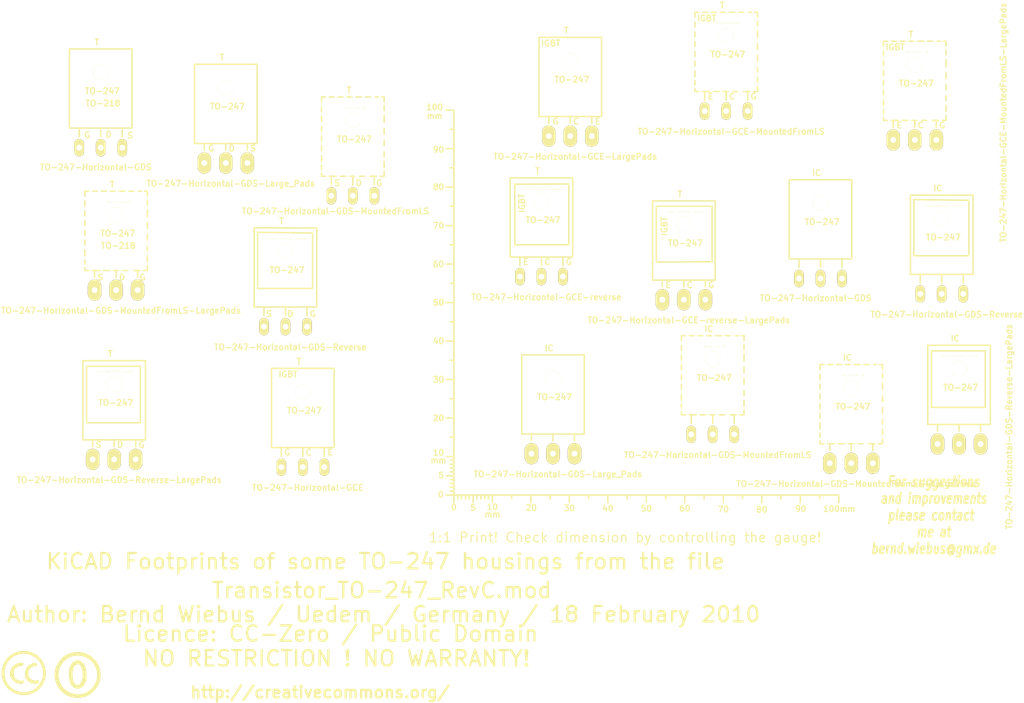
<source format=kicad_pcb>
(kicad_pcb (version 3) (host pcbnew "(2013-03-30 BZR 4007)-stable")

  (general
    (links 0)
    (no_connects 0)
    (area -16.90696 19.3996 299.1964 197.1694)
    (thickness 1.6002)
    (drawings 7)
    (tracks 0)
    (zones 0)
    (modules 21)
    (nets 1)
  )

  (page A4)
  (layers
    (15 Vorderseite signal)
    (0 Rückseite signal)
    (16 B.Adhes user)
    (17 F.Adhes user)
    (18 B.Paste user)
    (19 F.Paste user)
    (20 B.SilkS user)
    (21 F.SilkS user)
    (22 B.Mask user)
    (23 F.Mask user)
    (24 Dwgs.User user)
    (25 Cmts.User user)
    (26 Eco1.User user)
    (27 Eco2.User user)
    (28 Edge.Cuts user)
  )

  (setup
    (last_trace_width 0.2032)
    (trace_clearance 0.254)
    (zone_clearance 0.508)
    (zone_45_only no)
    (trace_min 0.2032)
    (segment_width 0.381)
    (edge_width 0.381)
    (via_size 0.889)
    (via_drill 0.635)
    (via_min_size 0.889)
    (via_min_drill 0.508)
    (uvia_size 0.508)
    (uvia_drill 0.127)
    (uvias_allowed no)
    (uvia_min_size 0.508)
    (uvia_min_drill 0.127)
    (pcb_text_width 0.3048)
    (pcb_text_size 1.524 2.032)
    (mod_edge_width 0.381)
    (mod_text_size 1.524 1.524)
    (mod_text_width 0.3048)
    (pad_size 4.0005 4.0005)
    (pad_drill 4.0005)
    (pad_to_mask_clearance 0.254)
    (aux_axis_origin 0 0)
    (visible_elements 7FFFFFFF)
    (pcbplotparams
      (layerselection 3178497)
      (usegerberextensions true)
      (excludeedgelayer true)
      (linewidth 60)
      (plotframeref false)
      (viasonmask false)
      (mode 1)
      (useauxorigin false)
      (hpglpennumber 1)
      (hpglpenspeed 20)
      (hpglpendiameter 15)
      (hpglpenoverlay 0)
      (psnegative false)
      (psa4output false)
      (plotreference true)
      (plotvalue true)
      (plotothertext true)
      (plotinvisibletext false)
      (padsonsilk false)
      (subtractmaskfromsilk false)
      (outputformat 1)
      (mirror false)
      (drillshape 1)
      (scaleselection 1)
      (outputdirectory ""))
  )

  (net 0 "")

  (net_class Default "Dies ist die voreingestellte Netzklasse."
    (clearance 0.254)
    (trace_width 0.2032)
    (via_dia 0.889)
    (via_drill 0.635)
    (uvia_dia 0.508)
    (uvia_drill 0.127)
    (add_net "")
  )

  (module Gauge_100mm_Type2_SilkScreenTop_RevA_Date22Jun2010 (layer Vorderseite) (tedit 4D963937) (tstamp 4D88F07A)
    (at 132.75056 141.2494)
    (descr "Gauge, Massstab, 100mm, SilkScreenTop, Type 2,")
    (tags "Gauge, Massstab, 100mm, SilkScreenTop, Type 2,")
    (path Gauge_100mm_Type2_SilkScreenTop_RevA_Date22Jun2010)
    (fp_text reference MSC (at 4.0005 8.99922) (layer F.SilkS) hide
      (effects (font (size 1.524 1.524) (thickness 0.3048)))
    )
    (fp_text value Gauge_100mm_Type2_SilkScreenTop_RevA_Date22Jun2010 (at 45.9994 8.99922) (layer F.SilkS) hide
      (effects (font (size 1.524 1.524) (thickness 0.3048)))
    )
    (fp_text user mm (at 9.99998 5.00126) (layer F.SilkS)
      (effects (font (size 1.524 1.524) (thickness 0.3048)))
    )
    (fp_text user mm (at -4.0005 -8.99922) (layer F.SilkS)
      (effects (font (size 1.524 1.524) (thickness 0.3048)))
    )
    (fp_text user mm (at -5.00126 -98.5012) (layer F.SilkS)
      (effects (font (size 1.524 1.524) (thickness 0.3048)))
    )
    (fp_text user 10 (at 10.00506 3.0988) (layer F.SilkS)
      (effects (font (size 1.50114 1.50114) (thickness 0.29972)))
    )
    (fp_text user 0 (at 0.00508 3.19786) (layer F.SilkS)
      (effects (font (size 1.39954 1.50114) (thickness 0.29972)))
    )
    (fp_text user 5 (at 5.0038 3.29946) (layer F.SilkS)
      (effects (font (size 1.50114 1.50114) (thickness 0.29972)))
    )
    (fp_text user 20 (at 20.1041 3.29946) (layer F.SilkS)
      (effects (font (size 1.50114 1.50114) (thickness 0.29972)))
    )
    (fp_text user 30 (at 30.00502 3.39852) (layer F.SilkS)
      (effects (font (size 1.50114 1.50114) (thickness 0.29972)))
    )
    (fp_text user 40 (at 40.005 3.50012) (layer F.SilkS)
      (effects (font (size 1.50114 1.50114) (thickness 0.29972)))
    )
    (fp_text user 50 (at 50.00498 3.50012) (layer F.SilkS)
      (effects (font (size 1.50114 1.50114) (thickness 0.29972)))
    )
    (fp_text user 60 (at 60.00496 3.50012) (layer F.SilkS)
      (effects (font (size 1.50114 1.50114) (thickness 0.29972)))
    )
    (fp_text user 70 (at 70.00494 3.70078) (layer F.SilkS)
      (effects (font (size 1.50114 1.50114) (thickness 0.29972)))
    )
    (fp_text user 80 (at 80.00492 3.79984) (layer F.SilkS)
      (effects (font (size 1.50114 1.50114) (thickness 0.29972)))
    )
    (fp_text user 90 (at 90.1065 3.60172) (layer F.SilkS)
      (effects (font (size 1.50114 1.50114) (thickness 0.29972)))
    )
    (fp_text user 100mm (at 100.10648 3.60172) (layer F.SilkS)
      (effects (font (size 1.50114 1.50114) (thickness 0.29972)))
    )
    (fp_line (start 0 -8.99922) (end -1.00076 -8.99922) (layer F.SilkS) (width 0.381))
    (fp_line (start 0 -8.001) (end -1.00076 -8.001) (layer F.SilkS) (width 0.381))
    (fp_line (start 0 -7.00024) (end -1.00076 -7.00024) (layer F.SilkS) (width 0.381))
    (fp_line (start 0 -5.99948) (end -1.00076 -5.99948) (layer F.SilkS) (width 0.381))
    (fp_line (start 0 -4.0005) (end -1.00076 -4.0005) (layer F.SilkS) (width 0.381))
    (fp_line (start 0 -2.99974) (end -1.00076 -2.99974) (layer F.SilkS) (width 0.381))
    (fp_line (start 0 -1.99898) (end -1.00076 -1.99898) (layer F.SilkS) (width 0.381))
    (fp_line (start 0 -1.00076) (end -1.00076 -1.00076) (layer F.SilkS) (width 0.381))
    (fp_line (start 0 0) (end -1.99898 0) (layer F.SilkS) (width 0.381))
    (fp_line (start 0 -5.00126) (end -1.99898 -5.00126) (layer F.SilkS) (width 0.381))
    (fp_line (start 0 -9.99998) (end -1.99898 -9.99998) (layer F.SilkS) (width 0.381))
    (fp_line (start 0 -15.00124) (end -1.00076 -15.00124) (layer F.SilkS) (width 0.381))
    (fp_line (start 0 -19.99996) (end -1.99898 -19.99996) (layer F.SilkS) (width 0.381))
    (fp_line (start 0 -25.00122) (end -1.00076 -25.00122) (layer F.SilkS) (width 0.381))
    (fp_line (start 0 -29.99994) (end -1.99898 -29.99994) (layer F.SilkS) (width 0.381))
    (fp_line (start 0 -35.0012) (end -1.00076 -35.0012) (layer F.SilkS) (width 0.381))
    (fp_line (start 0 -39.99992) (end -1.99898 -39.99992) (layer F.SilkS) (width 0.381))
    (fp_line (start 0 -45.00118) (end -1.00076 -45.00118) (layer F.SilkS) (width 0.381))
    (fp_line (start 0 -49.9999) (end -1.99898 -49.9999) (layer F.SilkS) (width 0.381))
    (fp_line (start 0 -55.00116) (end -1.00076 -55.00116) (layer F.SilkS) (width 0.381))
    (fp_line (start 0 -59.99988) (end -1.99898 -59.99988) (layer F.SilkS) (width 0.381))
    (fp_line (start 0 -65.00114) (end -1.00076 -65.00114) (layer F.SilkS) (width 0.381))
    (fp_line (start 0 -69.99986) (end -1.99898 -69.99986) (layer F.SilkS) (width 0.381))
    (fp_line (start 0 -75.00112) (end -1.00076 -75.00112) (layer F.SilkS) (width 0.381))
    (fp_line (start 0 -79.99984) (end -1.99898 -79.99984) (layer F.SilkS) (width 0.381))
    (fp_line (start 0 -85.0011) (end -1.00076 -85.0011) (layer F.SilkS) (width 0.381))
    (fp_line (start 0 -89.99982) (end -1.99898 -89.99982) (layer F.SilkS) (width 0.381))
    (fp_line (start 0 -95.00108) (end -1.00076 -95.00108) (layer F.SilkS) (width 0.381))
    (fp_line (start 0 0) (end 0 -99.9998) (layer F.SilkS) (width 0.381))
    (fp_line (start 0 -99.9998) (end -1.99898 -99.9998) (layer F.SilkS) (width 0.381))
    (fp_text user 100 (at -4.99872 -100.7491) (layer F.SilkS)
      (effects (font (size 1.50114 1.50114) (thickness 0.29972)))
    )
    (fp_text user 90 (at -4.0005 -89.7509) (layer F.SilkS)
      (effects (font (size 1.50114 1.50114) (thickness 0.29972)))
    )
    (fp_text user 80 (at -4.0005 -79.99984) (layer F.SilkS)
      (effects (font (size 1.50114 1.50114) (thickness 0.29972)))
    )
    (fp_text user 70 (at -4.0005 -69.99986) (layer F.SilkS)
      (effects (font (size 1.50114 1.50114) (thickness 0.29972)))
    )
    (fp_text user 60 (at -4.0005 -59.99988) (layer F.SilkS)
      (effects (font (size 1.50114 1.50114) (thickness 0.29972)))
    )
    (fp_text user 50 (at -4.0005 -49.9999) (layer F.SilkS)
      (effects (font (size 1.50114 1.50114) (thickness 0.34036)))
    )
    (fp_text user 40 (at -4.0005 -39.99992) (layer F.SilkS)
      (effects (font (size 1.50114 1.50114) (thickness 0.29972)))
    )
    (fp_text user 30 (at -4.0005 -29.99994) (layer F.SilkS)
      (effects (font (size 1.50114 1.50114) (thickness 0.29972)))
    )
    (fp_text user 20 (at -4.0005 -19.99996) (layer F.SilkS)
      (effects (font (size 1.50114 1.50114) (thickness 0.29972)))
    )
    (fp_line (start 95.00108 0) (end 95.00108 1.00076) (layer F.SilkS) (width 0.381))
    (fp_line (start 89.99982 0) (end 89.99982 1.99898) (layer F.SilkS) (width 0.381))
    (fp_line (start 85.0011 0) (end 85.0011 1.00076) (layer F.SilkS) (width 0.381))
    (fp_line (start 79.99984 0) (end 79.99984 1.99898) (layer F.SilkS) (width 0.381))
    (fp_line (start 75.00112 0) (end 75.00112 1.00076) (layer F.SilkS) (width 0.381))
    (fp_line (start 69.99986 0) (end 69.99986 1.99898) (layer F.SilkS) (width 0.381))
    (fp_line (start 65.00114 0) (end 65.00114 1.00076) (layer F.SilkS) (width 0.381))
    (fp_line (start 59.99988 0) (end 59.99988 1.99898) (layer F.SilkS) (width 0.381))
    (fp_line (start 55.00116 0) (end 55.00116 1.00076) (layer F.SilkS) (width 0.381))
    (fp_line (start 49.9999 0) (end 49.9999 1.99898) (layer F.SilkS) (width 0.381))
    (fp_line (start 45.00118 0) (end 45.00118 1.00076) (layer F.SilkS) (width 0.381))
    (fp_line (start 39.99992 0) (end 39.99992 1.99898) (layer F.SilkS) (width 0.381))
    (fp_line (start 35.0012 0) (end 35.0012 1.00076) (layer F.SilkS) (width 0.381))
    (fp_line (start 29.99994 0) (end 29.99994 1.99898) (layer F.SilkS) (width 0.381))
    (fp_line (start 25.00122 0) (end 25.00122 1.00076) (layer F.SilkS) (width 0.381))
    (fp_line (start 19.99996 0) (end 19.99996 1.99898) (layer F.SilkS) (width 0.381))
    (fp_line (start 15.00124 0) (end 15.00124 1.00076) (layer F.SilkS) (width 0.381))
    (fp_line (start 9.99998 0) (end 99.9998 0) (layer F.SilkS) (width 0.381))
    (fp_line (start 99.9998 0) (end 99.9998 1.99898) (layer F.SilkS) (width 0.381))
    (fp_text user 5 (at -3.302 -5.10286) (layer F.SilkS)
      (effects (font (size 1.50114 1.50114) (thickness 0.29972)))
    )
    (fp_text user 0 (at -3.4036 -0.10414) (layer F.SilkS)
      (effects (font (size 1.50114 1.50114) (thickness 0.29972)))
    )
    (fp_text user 10 (at -4.0005 -11.00074) (layer F.SilkS)
      (effects (font (size 1.50114 1.50114) (thickness 0.29972)))
    )
    (fp_line (start 8.99922 0) (end 8.99922 1.00076) (layer F.SilkS) (width 0.381))
    (fp_line (start 8.001 0) (end 8.001 1.00076) (layer F.SilkS) (width 0.381))
    (fp_line (start 7.00024 0) (end 7.00024 1.00076) (layer F.SilkS) (width 0.381))
    (fp_line (start 5.99948 0) (end 5.99948 1.00076) (layer F.SilkS) (width 0.381))
    (fp_line (start 4.0005 0) (end 4.0005 1.00076) (layer F.SilkS) (width 0.381))
    (fp_line (start 2.99974 0) (end 2.99974 1.00076) (layer F.SilkS) (width 0.381))
    (fp_line (start 1.99898 0) (end 1.99898 1.00076) (layer F.SilkS) (width 0.381))
    (fp_line (start 1.00076 0) (end 1.00076 1.00076) (layer F.SilkS) (width 0.381))
    (fp_line (start 5.00126 0) (end 5.00126 1.99898) (layer F.SilkS) (width 0.381))
    (fp_line (start 0 0) (end 0 1.99898) (layer F.SilkS) (width 0.381))
    (fp_line (start 0 0) (end 9.99998 0) (layer F.SilkS) (width 0.381))
    (fp_line (start 9.99998 0) (end 9.99998 1.99898) (layer F.SilkS) (width 0.381))
  )

  (module Symbol_CC-PublicDomain_SilkScreenTop_Big (layer Vorderseite) (tedit 515D641F) (tstamp 515F0B64)
    (at 35 188)
    (descr "Symbol, CC-PublicDomain, SilkScreen Top, Big,")
    (tags "Symbol, CC-PublicDomain, SilkScreen Top, Big,")
    (path Symbol_CC-Noncommercial_CopperTop_Big)
    (fp_text reference Sym (at 0.59944 -7.29996) (layer F.SilkS) hide
      (effects (font (size 1.524 1.524) (thickness 0.3048)))
    )
    (fp_text value Symbol_CC-PublicDomain_SilkScreenTop_Big (at 0.59944 8.001) (layer F.SilkS) hide
      (effects (font (size 1.524 1.524) (thickness 0.3048)))
    )
    (fp_circle (center 0 0) (end 5.8 -0.05) (layer F.SilkS) (width 0.381))
    (fp_circle (center 0 0) (end 5.5 0) (layer F.SilkS) (width 0.381))
    (fp_circle (center 0.05 0) (end 5.25 0) (layer F.SilkS) (width 0.381))
    (fp_line (start 1.1 -2.5) (end 1.4 -1.9) (layer F.SilkS) (width 0.381))
    (fp_line (start -1.8 1.2) (end -1.6 1.9) (layer F.SilkS) (width 0.381))
    (fp_line (start -1.6 1.9) (end -1.2 2.5) (layer F.SilkS) (width 0.381))
    (fp_line (start 0 -3) (end 0.75 -2.75) (layer F.SilkS) (width 0.381))
    (fp_line (start 0.75 -2.75) (end 1 -2.25) (layer F.SilkS) (width 0.381))
    (fp_line (start 1 -2.25) (end 1.5 -1) (layer F.SilkS) (width 0.381))
    (fp_line (start 1.5 -1) (end 1.5 -0.5) (layer F.SilkS) (width 0.381))
    (fp_line (start 1.5 -0.5) (end 1.5 0.5) (layer F.SilkS) (width 0.381))
    (fp_line (start 1.5 0.5) (end 1.25 1.5) (layer F.SilkS) (width 0.381))
    (fp_line (start 1.25 1.5) (end 0.75 2.5) (layer F.SilkS) (width 0.381))
    (fp_line (start 0.75 2.5) (end 0.25 2.75) (layer F.SilkS) (width 0.381))
    (fp_line (start 0.25 2.75) (end -0.25 2.75) (layer F.SilkS) (width 0.381))
    (fp_line (start -0.25 2.75) (end -0.75 2.5) (layer F.SilkS) (width 0.381))
    (fp_line (start -0.75 2.5) (end -1.25 1.75) (layer F.SilkS) (width 0.381))
    (fp_line (start -1.25 1.75) (end -1.5 0.75) (layer F.SilkS) (width 0.381))
    (fp_line (start -1.5 0.75) (end -1.5 -0.75) (layer F.SilkS) (width 0.381))
    (fp_line (start -1.5 -0.75) (end -1.25 -1.75) (layer F.SilkS) (width 0.381))
    (fp_line (start -1.25 -1.75) (end -1 -2.5) (layer F.SilkS) (width 0.381))
    (fp_line (start -1 -2.5) (end -0.3 -2.9) (layer F.SilkS) (width 0.381))
    (fp_line (start -0.3 -2.9) (end 0.2 -3) (layer F.SilkS) (width 0.381))
    (fp_line (start 0.2 -3) (end 0.8 -3) (layer F.SilkS) (width 0.381))
    (fp_line (start 0.8 -3) (end 1.4 -2.3) (layer F.SilkS) (width 0.381))
    (fp_line (start 1.4 -2.3) (end 1.6 -1.4) (layer F.SilkS) (width 0.381))
    (fp_line (start 1.6 -1.4) (end 1.7 -0.3) (layer F.SilkS) (width 0.381))
    (fp_line (start 1.7 -0.3) (end 1.7 0.9) (layer F.SilkS) (width 0.381))
    (fp_line (start 1.7 0.9) (end 1.4 1.8) (layer F.SilkS) (width 0.381))
    (fp_line (start 1.4 1.8) (end 1 2.7) (layer F.SilkS) (width 0.381))
    (fp_line (start 1 2.7) (end 0.5 3) (layer F.SilkS) (width 0.381))
    (fp_line (start 0.5 3) (end -0.4 3) (layer F.SilkS) (width 0.381))
    (fp_line (start -0.4 3) (end -1.3 2.3) (layer F.SilkS) (width 0.381))
    (fp_line (start -1.3 2.3) (end -1.7 1) (layer F.SilkS) (width 0.381))
    (fp_line (start -1.7 1) (end -1.8 -0.7) (layer F.SilkS) (width 0.381))
    (fp_line (start -1.8 -0.7) (end -1.4 -2.2) (layer F.SilkS) (width 0.381))
    (fp_line (start -1.4 -2.2) (end -1 -2.9) (layer F.SilkS) (width 0.381))
    (fp_line (start -1 -2.9) (end -0.2 -3.3) (layer F.SilkS) (width 0.381))
    (fp_line (start -0.2 -3.3) (end 0.7 -3.2) (layer F.SilkS) (width 0.381))
    (fp_line (start 0.7 -3.2) (end 1.3 -3.1) (layer F.SilkS) (width 0.381))
    (fp_line (start 1.3 -3.1) (end 1.7 -2.4) (layer F.SilkS) (width 0.381))
    (fp_line (start 1.7 -2.4) (end 2 -1.6) (layer F.SilkS) (width 0.381))
    (fp_line (start 2 -1.6) (end 2.1 -0.6) (layer F.SilkS) (width 0.381))
    (fp_line (start 2.1 -0.6) (end 2.1 0.3) (layer F.SilkS) (width 0.381))
    (fp_line (start 2.1 0.3) (end 2.1 1.3) (layer F.SilkS) (width 0.381))
    (fp_line (start 2.1 1.3) (end 1.9 1.8) (layer F.SilkS) (width 0.381))
    (fp_line (start 1.9 1.8) (end 1.5 2.6) (layer F.SilkS) (width 0.381))
    (fp_line (start 1.5 2.6) (end 1.1 3) (layer F.SilkS) (width 0.381))
    (fp_line (start 1.1 3) (end 0.4 3.3) (layer F.SilkS) (width 0.381))
    (fp_line (start 0.4 3.3) (end -0.1 3.4) (layer F.SilkS) (width 0.381))
    (fp_line (start -0.1 3.4) (end -0.8 3.2) (layer F.SilkS) (width 0.381))
    (fp_line (start -0.8 3.2) (end -1.5 2.6) (layer F.SilkS) (width 0.381))
    (fp_line (start -1.5 2.6) (end -1.9 1.7) (layer F.SilkS) (width 0.381))
    (fp_line (start -1.9 1.7) (end -2.1 0.4) (layer F.SilkS) (width 0.381))
    (fp_line (start -2.1 0.4) (end -2.1 -0.6) (layer F.SilkS) (width 0.381))
    (fp_line (start -2.1 -0.6) (end -2 -1.6) (layer F.SilkS) (width 0.381))
    (fp_line (start -2 -1.6) (end -1.7 -2.4) (layer F.SilkS) (width 0.381))
    (fp_line (start -1.7 -2.4) (end -1.2 -3.1) (layer F.SilkS) (width 0.381))
    (fp_line (start -1.2 -3.1) (end -0.4 -3.6) (layer F.SilkS) (width 0.381))
    (fp_line (start -0.4 -3.6) (end 0.4 -3.6) (layer F.SilkS) (width 0.381))
    (fp_line (start 0.4 -3.6) (end 1.1 -3.2) (layer F.SilkS) (width 0.381))
    (fp_line (start 1.1 -3.2) (end 1.1 -2.9) (layer F.SilkS) (width 0.381))
    (fp_line (start 1.1 -2.9) (end 1.8 -1.5) (layer F.SilkS) (width 0.381))
    (fp_line (start 1.8 -1.5) (end 1.8 -0.4) (layer F.SilkS) (width 0.381))
    (fp_line (start 1.8 -0.4) (end 1.8 1.1) (layer F.SilkS) (width 0.381))
    (fp_line (start 1.8 1.1) (end 1.2 2.6) (layer F.SilkS) (width 0.381))
    (fp_line (start 1.2 2.6) (end 0.2 3.2) (layer F.SilkS) (width 0.381))
    (fp_line (start 0.2 3.2) (end -0.5 3.2) (layer F.SilkS) (width 0.381))
    (fp_line (start -0.5 3.2) (end -1.1 2.7) (layer F.SilkS) (width 0.381))
    (fp_line (start -1.1 2.7) (end -1.9 0.6) (layer F.SilkS) (width 0.381))
    (fp_line (start -1.9 0.6) (end -1.7 -1.9) (layer F.SilkS) (width 0.381))
  )

  (module Symbol_CreativeCommons_SilkScreenTop_Type2_Big (layer Vorderseite) (tedit 515D640C) (tstamp 515F46B2)
    (at 21 187.5)
    (descr "Symbol, Creative Commons, SilkScreen Top, Type 2, Big,")
    (tags "Symbol, Creative Commons, SilkScreen Top, Type 2, Big,")
    (path Symbol_CreativeCommons_CopperTop_Type2_Big)
    (fp_text reference Sym (at 0.59944 -7.29996) (layer F.SilkS) hide
      (effects (font (size 1.524 1.524) (thickness 0.3048)))
    )
    (fp_text value Symbol_CreativeCommons_Typ2_SilkScreenTop_Big (at 0.59944 8.001) (layer F.SilkS) hide
      (effects (font (size 1.524 1.524) (thickness 0.3048)))
    )
    (fp_line (start -0.70104 2.70002) (end -0.29972 2.60096) (layer F.SilkS) (width 0.381))
    (fp_line (start -0.29972 2.60096) (end -0.20066 2.10058) (layer F.SilkS) (width 0.381))
    (fp_line (start -2.49936 -1.69926) (end -2.70002 -1.6002) (layer F.SilkS) (width 0.381))
    (fp_line (start -2.70002 -1.6002) (end -3.0988 -1.00076) (layer F.SilkS) (width 0.381))
    (fp_line (start -3.0988 -1.00076) (end -3.29946 -0.50038) (layer F.SilkS) (width 0.381))
    (fp_line (start -3.29946 -0.50038) (end -3.40106 0.39878) (layer F.SilkS) (width 0.381))
    (fp_line (start -3.40106 0.39878) (end -3.29946 0.89916) (layer F.SilkS) (width 0.381))
    (fp_line (start -0.19812 2.4003) (end -0.29718 2.59842) (layer F.SilkS) (width 0.381))
    (fp_line (start 3.70078 2.10058) (end 3.79984 2.4003) (layer F.SilkS) (width 0.381))
    (fp_line (start 2.99974 -2.4003) (end 3.29946 -2.30124) (layer F.SilkS) (width 0.381))
    (fp_line (start 3.29946 -2.30124) (end 3.0988 -1.99898) (layer F.SilkS) (width 0.381))
    (fp_line (start 0 -5.40004) (end -0.50038 -5.40004) (layer F.SilkS) (width 0.381))
    (fp_line (start -0.50038 -5.40004) (end -1.30048 -5.10032) (layer F.SilkS) (width 0.381))
    (fp_line (start -1.30048 -5.10032) (end -1.99898 -4.89966) (layer F.SilkS) (width 0.381))
    (fp_line (start -1.99898 -4.89966) (end -2.70002 -4.699) (layer F.SilkS) (width 0.381))
    (fp_line (start -2.70002 -4.699) (end -3.29946 -4.20116) (layer F.SilkS) (width 0.381))
    (fp_line (start -3.29946 -4.20116) (end -4.0005 -3.59918) (layer F.SilkS) (width 0.381))
    (fp_line (start -4.0005 -3.59918) (end -4.50088 -2.99974) (layer F.SilkS) (width 0.381))
    (fp_line (start -4.50088 -2.99974) (end -5.00126 -2.10058) (layer F.SilkS) (width 0.381))
    (fp_line (start -5.00126 -2.10058) (end -5.30098 -1.09982) (layer F.SilkS) (width 0.381))
    (fp_line (start -5.30098 -1.09982) (end -5.40004 0.09906) (layer F.SilkS) (width 0.381))
    (fp_line (start -5.40004 0.09906) (end -5.19938 1.30048) (layer F.SilkS) (width 0.381))
    (fp_line (start -5.19938 1.30048) (end -4.8006 2.4003) (layer F.SilkS) (width 0.381))
    (fp_line (start -4.8006 2.4003) (end -3.79984 3.8989) (layer F.SilkS) (width 0.381))
    (fp_line (start -3.79984 3.8989) (end -2.60096 4.8006) (layer F.SilkS) (width 0.381))
    (fp_line (start -2.60096 4.8006) (end -1.30048 5.30098) (layer F.SilkS) (width 0.381))
    (fp_line (start -1.30048 5.30098) (end 0.09906 5.30098) (layer F.SilkS) (width 0.381))
    (fp_line (start 0.09906 5.30098) (end 1.6002 5.19938) (layer F.SilkS) (width 0.381))
    (fp_line (start 1.6002 5.19938) (end 2.60096 4.699) (layer F.SilkS) (width 0.381))
    (fp_line (start 2.60096 4.699) (end 4.20116 3.40106) (layer F.SilkS) (width 0.381))
    (fp_line (start 4.20116 3.40106) (end 5.00126 1.80086) (layer F.SilkS) (width 0.381))
    (fp_line (start 5.00126 1.80086) (end 5.40004 0.29972) (layer F.SilkS) (width 0.381))
    (fp_line (start 5.40004 0.29972) (end 5.19938 -1.39954) (layer F.SilkS) (width 0.381))
    (fp_line (start 5.19938 -1.39954) (end 4.699 -2.49936) (layer F.SilkS) (width 0.381))
    (fp_line (start 4.699 -2.49936) (end 3.40106 -4.09956) (layer F.SilkS) (width 0.381))
    (fp_line (start 3.40106 -4.09956) (end 2.4003 -4.8006) (layer F.SilkS) (width 0.381))
    (fp_line (start 2.4003 -4.8006) (end 1.39954 -5.19938) (layer F.SilkS) (width 0.381))
    (fp_line (start 1.39954 -5.19938) (end 0 -5.30098) (layer F.SilkS) (width 0.381))
    (fp_line (start 0.60198 -0.70104) (end 0.50292 -0.20066) (layer F.SilkS) (width 0.381))
    (fp_line (start 0.50292 -0.20066) (end 0.50292 0.49784) (layer F.SilkS) (width 0.381))
    (fp_line (start 0.50292 0.49784) (end 0.60198 1.09982) (layer F.SilkS) (width 0.381))
    (fp_line (start 0.60198 1.09982) (end 1.00076 1.69926) (layer F.SilkS) (width 0.381))
    (fp_line (start 1.00076 1.69926) (end 1.50114 2.19964) (layer F.SilkS) (width 0.381))
    (fp_line (start 1.50114 2.19964) (end 2.10058 2.49936) (layer F.SilkS) (width 0.381))
    (fp_line (start 2.10058 2.49936) (end 2.60096 2.59842) (layer F.SilkS) (width 0.381))
    (fp_line (start 2.60096 2.59842) (end 3.00228 2.59842) (layer F.SilkS) (width 0.381))
    (fp_line (start 3.00228 2.59842) (end 3.40106 2.59842) (layer F.SilkS) (width 0.381))
    (fp_line (start 3.40106 2.59842) (end 3.80238 2.49936) (layer F.SilkS) (width 0.381))
    (fp_line (start 3.80238 2.49936) (end 3.70078 2.2987) (layer F.SilkS) (width 0.381))
    (fp_line (start 3.70078 2.2987) (end 2.80162 2.4003) (layer F.SilkS) (width 0.381))
    (fp_line (start 2.80162 2.4003) (end 1.80086 2.09804) (layer F.SilkS) (width 0.381))
    (fp_line (start 1.80086 2.09804) (end 1.20142 1.6002) (layer F.SilkS) (width 0.381))
    (fp_line (start 1.20142 1.6002) (end 0.80264 0.6985) (layer F.SilkS) (width 0.381))
    (fp_line (start 0.80264 0.6985) (end 0.70104 -0.29972) (layer F.SilkS) (width 0.381))
    (fp_line (start 0.70104 -0.29972) (end 1.00076 -1.00076) (layer F.SilkS) (width 0.381))
    (fp_line (start 1.00076 -1.00076) (end 1.60274 -1.7018) (layer F.SilkS) (width 0.381))
    (fp_line (start 1.60274 -1.7018) (end 2.30124 -2.10058) (layer F.SilkS) (width 0.381))
    (fp_line (start 2.30124 -2.10058) (end 3.00228 -2.10058) (layer F.SilkS) (width 0.381))
    (fp_line (start 3.00228 -2.10058) (end 3.10134 -1.89992) (layer F.SilkS) (width 0.381))
    (fp_line (start 3.10134 -1.89992) (end 2.5019 -1.89992) (layer F.SilkS) (width 0.381))
    (fp_line (start 2.5019 -1.89992) (end 1.80086 -1.6002) (layer F.SilkS) (width 0.381))
    (fp_line (start 1.80086 -1.6002) (end 1.30048 -1.00076) (layer F.SilkS) (width 0.381))
    (fp_line (start 1.30048 -1.00076) (end 1.00076 -0.40132) (layer F.SilkS) (width 0.381))
    (fp_line (start 1.00076 -0.40132) (end 1.00076 0.09906) (layer F.SilkS) (width 0.381))
    (fp_line (start 1.00076 0.09906) (end 1.00076 0.6985) (layer F.SilkS) (width 0.381))
    (fp_line (start 1.00076 0.6985) (end 1.30048 1.19888) (layer F.SilkS) (width 0.381))
    (fp_line (start 1.30048 1.19888) (end 1.7018 1.69926) (layer F.SilkS) (width 0.381))
    (fp_line (start 1.7018 1.69926) (end 2.30124 1.99898) (layer F.SilkS) (width 0.381))
    (fp_line (start 2.30124 1.99898) (end 2.90068 2.09804) (layer F.SilkS) (width 0.381))
    (fp_line (start 2.90068 2.09804) (end 3.40106 2.09804) (layer F.SilkS) (width 0.381))
    (fp_line (start 3.40106 2.09804) (end 3.70078 1.99898) (layer F.SilkS) (width 0.381))
    (fp_line (start 3.00228 -2.4003) (end 2.40284 -2.4003) (layer F.SilkS) (width 0.381))
    (fp_line (start 2.40284 -2.4003) (end 2.00152 -2.20218) (layer F.SilkS) (width 0.381))
    (fp_line (start 2.00152 -2.20218) (end 1.50114 -2.00152) (layer F.SilkS) (width 0.381))
    (fp_line (start 1.50114 -2.00152) (end 1.10236 -1.6002) (layer F.SilkS) (width 0.381))
    (fp_line (start 1.10236 -1.6002) (end 0.80264 -1.09982) (layer F.SilkS) (width 0.381))
    (fp_line (start 0.80264 -1.09982) (end 0.60198 -0.70104) (layer F.SilkS) (width 0.381))
    (fp_line (start -0.39878 -1.99898) (end -0.89916 -1.99898) (layer F.SilkS) (width 0.381))
    (fp_line (start -0.89916 -1.99898) (end -1.39954 -1.89738) (layer F.SilkS) (width 0.381))
    (fp_line (start -1.39954 -1.89738) (end -1.89992 -1.59766) (layer F.SilkS) (width 0.381))
    (fp_line (start -1.89992 -1.59766) (end -2.4003 -1.19888) (layer F.SilkS) (width 0.381))
    (fp_line (start -2.4003 -1.30048) (end -2.70002 -0.8001) (layer F.SilkS) (width 0.381))
    (fp_line (start -2.70002 -0.8001) (end -2.79908 -0.29972) (layer F.SilkS) (width 0.381))
    (fp_line (start -2.79908 -0.29972) (end -2.79908 0.20066) (layer F.SilkS) (width 0.381))
    (fp_line (start -2.79908 0.20066) (end -2.59842 1.00076) (layer F.SilkS) (width 0.381))
    (fp_line (start -2.69748 1.00076) (end -2.39776 1.39954) (layer F.SilkS) (width 0.381))
    (fp_line (start -2.29616 1.4986) (end -1.79578 1.89992) (layer F.SilkS) (width 0.381))
    (fp_line (start -1.79578 1.89992) (end -1.29794 2.09804) (layer F.SilkS) (width 0.381))
    (fp_line (start -1.29794 2.09804) (end -0.89662 2.19964) (layer F.SilkS) (width 0.381))
    (fp_line (start -0.89662 2.19964) (end -0.49784 2.19964) (layer F.SilkS) (width 0.381))
    (fp_line (start -0.49784 2.19964) (end -0.19812 2.09804) (layer F.SilkS) (width 0.381))
    (fp_line (start -0.19812 2.09804) (end -0.29718 2.4003) (layer F.SilkS) (width 0.381))
    (fp_line (start -0.29718 2.4003) (end -0.89662 2.49936) (layer F.SilkS) (width 0.381))
    (fp_line (start -0.89662 2.49936) (end -1.59766 2.2987) (layer F.SilkS) (width 0.381))
    (fp_line (start -1.59766 2.2987) (end -2.29616 1.79832) (layer F.SilkS) (width 0.381))
    (fp_line (start -2.29616 1.79832) (end -2.79654 1.29794) (layer F.SilkS) (width 0.381))
    (fp_line (start -2.79908 1.39954) (end -2.99974 0.70104) (layer F.SilkS) (width 0.381))
    (fp_line (start -2.99974 0.70104) (end -3.0988 0) (layer F.SilkS) (width 0.381))
    (fp_line (start -3.0988 0) (end -2.99974 -0.59944) (layer F.SilkS) (width 0.381))
    (fp_line (start -2.99974 -0.8001) (end -2.70002 -1.30048) (layer F.SilkS) (width 0.381))
    (fp_line (start -2.70002 -1.09982) (end -2.19964 -1.6002) (layer F.SilkS) (width 0.381))
    (fp_line (start -2.19964 -1.69926) (end -1.69926 -1.99898) (layer F.SilkS) (width 0.381))
    (fp_line (start -1.69926 -1.99898) (end -1.19888 -2.19964) (layer F.SilkS) (width 0.381))
    (fp_line (start -1.19888 -2.19964) (end -0.6985 -2.19964) (layer F.SilkS) (width 0.381))
    (fp_line (start -0.6985 -2.19964) (end -0.29972 -2.19964) (layer F.SilkS) (width 0.381))
    (fp_line (start -0.29972 -2.19964) (end -0.20066 -2.39776) (layer F.SilkS) (width 0.381))
    (fp_line (start -0.20066 -2.39776) (end -0.59944 -2.49936) (layer F.SilkS) (width 0.381))
    (fp_line (start -0.59944 -2.49936) (end -1.00076 -2.49936) (layer F.SilkS) (width 0.381))
    (fp_line (start -1.00076 -2.49936) (end -1.4986 -2.39776) (layer F.SilkS) (width 0.381))
    (fp_line (start -1.4986 -2.39776) (end -2.10058 -2.09804) (layer F.SilkS) (width 0.381))
    (fp_line (start -2.10058 -2.09804) (end -2.59842 -1.69926) (layer F.SilkS) (width 0.381))
    (fp_line (start -2.59842 -1.6002) (end -3.0988 -0.89916) (layer F.SilkS) (width 0.381))
    (fp_line (start -3.0988 -0.89916) (end -3.29946 -0.29972) (layer F.SilkS) (width 0.381))
    (fp_line (start -3.29946 -0.29972) (end -3.29946 0.40132) (layer F.SilkS) (width 0.381))
    (fp_line (start -3.29946 0.40132) (end -3.2004 1.00076) (layer F.SilkS) (width 0.381))
    (fp_line (start -3.29946 0.8001) (end -2.99974 1.39954) (layer F.SilkS) (width 0.381))
    (fp_line (start -2.89814 1.4986) (end -2.49682 1.99898) (layer F.SilkS) (width 0.381))
    (fp_line (start -2.49682 1.99898) (end -1.89738 2.4003) (layer F.SilkS) (width 0.381))
    (fp_line (start -1.89738 2.4003) (end -1.19634 2.59842) (layer F.SilkS) (width 0.381))
    (fp_line (start -1.19634 2.59842) (end -0.69596 2.70002) (layer F.SilkS) (width 0.381))
    (fp_line (start -2.9972 1.19888) (end -2.59842 1.19888) (layer F.SilkS) (width 0.381))
    (fp_circle (center 0 0) (end 5.08 1.016) (layer F.SilkS) (width 0.381))
    (fp_circle (center 0 0) (end 5.588 0) (layer F.SilkS) (width 0.381))
  )

  (module TO-247_Horizontal_FET-GDS (layer Vorderseite) (tedit 51B04ACB) (tstamp 51B0A89A)
    (at 41 51)
    (descr "Transistor FET TO-247 TO-218 TOP-3, 1=Gate 2=Drain 3=Source, lying horizontal, Front upward")
    (tags "Transistor FET GDS TO-247 TO-218 TOP-3")
    (fp_text reference T (at -1.016 -27.432) (layer F.SilkS)
      (effects (font (size 1.524 1.524) (thickness 0.3048)))
    )
    (fp_text value TO-247-Horizontal-GDS (at -1.27 5.08) (layer F.SilkS)
      (effects (font (size 1.524 1.524) (thickness 0.3048)))
    )
    (fp_line (start -5.588 -2.794) (end -5.588 -5.08) (layer F.SilkS) (width 0.381))
    (fp_line (start 0 -2.794) (end 0 -5.08) (layer F.SilkS) (width 0.381))
    (fp_line (start 5.588 -2.794) (end 5.588 -5.08) (layer F.SilkS) (width 0.381))
    (fp_text user TO-218 (at 0.5588 -11.5316) (layer F.SilkS)
      (effects (font (size 1.524 1.524) (thickness 0.3048)))
    )
    (fp_text user TO-247 (at 0.4064 -14.7066) (layer F.SilkS)
      (effects (font (size 1.524 1.524) (thickness 0.3048)))
    )
    (fp_circle (center 0 -19.558) (end 1.778 -19.558) (layer F.SilkS) (width 0.381))
    (fp_text user S (at 7.6581 -3.1623) (layer F.SilkS)
      (effects (font (size 1.524 1.524) (thickness 0.3048)))
    )
    (fp_text user D (at 2.0701 -3.4163) (layer F.SilkS)
      (effects (font (size 1.524 1.524) (thickness 0.3048)))
    )
    (fp_text user G (at -3.5179 -3.2893) (layer F.SilkS)
      (effects (font (size 1.524 1.524) (thickness 0.3048)))
    )
    (fp_line (start 8.128 -25.654) (end 8.128 -5.08) (layer F.SilkS) (width 0.381))
    (fp_line (start -8.128 -25.654) (end 8.128 -25.654) (layer F.SilkS) (width 0.381))
    (fp_line (start -8.128 -5.08) (end -8.128 -25.654) (layer F.SilkS) (width 0.381))
    (fp_line (start 8.128 -5.08) (end -8.128 -5.08) (layer F.SilkS) (width 0.381))
    (pad D thru_hole oval (at 0 0 90) (size 4.50088 2.49936) (drill 1.50114)
      (layers *.Cu *.Mask F.SilkS)
    )
    (pad G thru_hole oval (at -5.588 0 90) (size 4.50088 2.49936) (drill 1.50114)
      (layers *.Cu *.Mask F.SilkS)
    )
    (pad S thru_hole oval (at 5.588 0 90) (size 4.50088 2.49936) (drill 1.50114)
      (layers *.Cu *.Mask F.SilkS)
    )
    (pad "" np_thru_hole circle (at 0.0635 -19.5707) (size 4.0005 4.0005) (drill 4.0005)
      (layers *.Cu *.Mask F.SilkS)
    )
  )

  (module TO-247_Horizontal_FET-GDS_largePads (layer Vorderseite) (tedit 51B04AC4) (tstamp 51B0AC74)
    (at 73.5 55)
    (descr "Transistor FET TO-247 TO-218 TOP-3, 1=Gate 2=Drain 3=Source, lying horizontal, Front upward, large Pads")
    (tags "Transistor FET GDS TO-247 TO-218 TOP-3 large Pads")
    (fp_text reference T (at -1.016 -27.432) (layer F.SilkS)
      (effects (font (size 1.524 1.524) (thickness 0.3048)))
    )
    (fp_text value TO-247-Horizontal-GDS-Large_Pads (at 1.27 5.334) (layer F.SilkS)
      (effects (font (size 1.524 1.524) (thickness 0.3048)))
    )
    (fp_line (start -5.588 -3.302) (end -5.588 -5.08) (layer F.SilkS) (width 0.381))
    (fp_line (start 0 -3.302) (end 0 -5.08) (layer F.SilkS) (width 0.381))
    (fp_line (start 5.588 -3.302) (end 5.588 -5.08) (layer F.SilkS) (width 0.381))
    (fp_text user TO-247 (at 0.4064 -14.7066) (layer F.SilkS)
      (effects (font (size 1.524 1.524) (thickness 0.3048)))
    )
    (fp_circle (center 0 -19.558) (end 1.778 -19.558) (layer F.SilkS) (width 0.381))
    (fp_text user S (at 7.112 -3.81) (layer F.SilkS)
      (effects (font (size 1.524 1.524) (thickness 0.3048)))
    )
    (fp_text user D (at 1.524 -3.81) (layer F.SilkS)
      (effects (font (size 1.524 1.524) (thickness 0.3048)))
    )
    (fp_text user G (at -3.81 -3.81) (layer F.SilkS)
      (effects (font (size 1.524 1.524) (thickness 0.3048)))
    )
    (fp_line (start 8.128 -25.654) (end 8.128 -5.08) (layer F.SilkS) (width 0.381))
    (fp_line (start -8.128 -25.654) (end 8.128 -25.654) (layer F.SilkS) (width 0.381))
    (fp_line (start -8.128 -5.08) (end -8.128 -25.654) (layer F.SilkS) (width 0.381))
    (fp_line (start 8.128 -5.08) (end -8.128 -5.08) (layer F.SilkS) (width 0.381))
    (pad D thru_hole oval (at 0 0 90) (size 5.50164 3.50012) (drill 1.50114)
      (layers *.Cu *.Mask F.SilkS)
    )
    (pad G thru_hole oval (at -5.588 0 90) (size 5.50164 3.50012) (drill 1.50114)
      (layers *.Cu *.Mask F.SilkS)
    )
    (pad S thru_hole oval (at 5.588 0 90) (size 5.50164 3.50012) (drill 1.50114)
      (layers *.Cu *.Mask F.SilkS)
    )
    (pad "" np_thru_hole circle (at 0 -19.558) (size 4.0005 4.0005) (drill 4.0005)
      (layers *.Cu *.Mask F.SilkS)
    )
  )

  (module TO-247_Horizontal_FET-GDS_MountFromLS (layer Vorderseite) (tedit 51B04ABE) (tstamp 51B0B534)
    (at 106.5 63.5)
    (descr "Transistor FET TO-247 TO-218 TOP-3 lying horizontal, mounted from LS, 1=Gate 2=Drain 3=Source")
    (tags "Transistor FET TO-247 TO-218 TOP-3 , LS mounted, GDS")
    (fp_text reference T (at -1.016 -27.432) (layer F.SilkS)
      (effects (font (size 1.524 1.524) (thickness 0.3048)))
    )
    (fp_text value TO-247-Horizontal-GDS-MountedFromLS (at -4.5 4) (layer F.SilkS)
      (effects (font (size 1.524 1.524) (thickness 0.3048)))
    )
    (fp_text user "Mount from LS!" (at 0.508 -22.86) (layer F.SilkS)
      (effects (font (size 0.50038 0.50038) (thickness 0.03048)))
    )
    (fp_line (start -8.128 -5.842) (end -8.128 -5.08) (layer F.SilkS) (width 0.381))
    (fp_line (start -8.128 -7.874) (end -8.128 -6.858) (layer F.SilkS) (width 0.381))
    (fp_line (start -8.128 -6.858) (end -8.128 -7.112) (layer F.SilkS) (width 0.381))
    (fp_line (start -8.128 -10.414) (end -8.128 -9.144) (layer F.SilkS) (width 0.381))
    (fp_line (start -8.128 -9.144) (end -8.128 -8.89) (layer F.SilkS) (width 0.381))
    (fp_line (start -8.128 -12.954) (end -8.128 -11.684) (layer F.SilkS) (width 0.381))
    (fp_line (start -8.128 -15.494) (end -8.128 -14.224) (layer F.SilkS) (width 0.381))
    (fp_line (start -8.128 -18.034) (end -8.128 -16.764) (layer F.SilkS) (width 0.381))
    (fp_line (start -8.128 -20.574) (end -8.128 -19.304) (layer F.SilkS) (width 0.381))
    (fp_line (start -8.128 -23.114) (end -8.128 -21.844) (layer F.SilkS) (width 0.381))
    (fp_line (start -8.128 -25.654) (end -8.128 -24.384) (layer F.SilkS) (width 0.381))
    (fp_line (start 8.128 -6.35) (end 8.128 -5.334) (layer F.SilkS) (width 0.381))
    (fp_line (start 8.128 -8.89) (end 8.128 -7.62) (layer F.SilkS) (width 0.381))
    (fp_line (start 8.128 -7.62) (end 8.128 -7.366) (layer F.SilkS) (width 0.381))
    (fp_line (start 8.128 -11.43) (end 8.128 -10.16) (layer F.SilkS) (width 0.381))
    (fp_line (start 8.128 -14.478) (end 8.128 -12.954) (layer F.SilkS) (width 0.381))
    (fp_line (start 8.128 -17.526) (end 8.128 -16.002) (layer F.SilkS) (width 0.381))
    (fp_line (start 8.128 -20.828) (end 8.128 -19.05) (layer F.SilkS) (width 0.381))
    (fp_line (start 8.128 -23.368) (end 8.128 -22.098) (layer F.SilkS) (width 0.381))
    (fp_line (start 8.128 -25.654) (end 8.128 -24.638) (layer F.SilkS) (width 0.381))
    (fp_line (start 8.128 -24.638) (end 8.128 -24.384) (layer F.SilkS) (width 0.381))
    (fp_line (start 7.366 -25.654) (end 8.128 -25.654) (layer F.SilkS) (width 0.381))
    (fp_line (start 5.842 -25.654) (end 6.604 -25.654) (layer F.SilkS) (width 0.381))
    (fp_line (start 3.302 -25.654) (end 4.572 -25.654) (layer F.SilkS) (width 0.381))
    (fp_line (start 0.762 -25.654) (end 2.286 -25.654) (layer F.SilkS) (width 0.381))
    (fp_line (start -1.524 -25.654) (end -0.254 -25.654) (layer F.SilkS) (width 0.381))
    (fp_line (start -3.81 -25.654) (end -2.54 -25.654) (layer F.SilkS) (width 0.381))
    (fp_line (start -6.096 -25.654) (end -4.826 -25.654) (layer F.SilkS) (width 0.381))
    (fp_line (start -8.128 -25.654) (end -7.112 -25.654) (layer F.SilkS) (width 0.381))
    (fp_line (start 6.096 -5.08) (end 4.572 -5.08) (layer F.SilkS) (width 0.381))
    (fp_line (start 4.572 -5.08) (end 4.826 -5.08) (layer F.SilkS) (width 0.381))
    (fp_line (start 8.128 -5.08) (end 7.366 -5.08) (layer F.SilkS) (width 0.381))
    (fp_line (start 7.366 -5.08) (end 7.112 -5.08) (layer F.SilkS) (width 0.381))
    (fp_line (start 1.778 -5.08) (end 3.048 -5.08) (layer F.SilkS) (width 0.381))
    (fp_line (start -0.762 -5.08) (end 0.508 -5.08) (layer F.SilkS) (width 0.381))
    (fp_line (start -3.302 -5.08) (end -1.778 -5.08) (layer F.SilkS) (width 0.381))
    (fp_line (start -6.096 -5.08) (end -4.826 -5.08) (layer F.SilkS) (width 0.381))
    (fp_line (start -4.826 -5.08) (end -4.572 -5.08) (layer F.SilkS) (width 0.381))
    (fp_line (start -4.572 -5.08) (end -4.318 -5.08) (layer F.SilkS) (width 0.381))
    (fp_line (start -8.128 -5.08) (end -7.366 -5.08) (layer F.SilkS) (width 0.381))
    (fp_line (start -7.366 -5.08) (end -7.112 -5.08) (layer F.SilkS) (width 0.381))
    (fp_line (start -5.588 -2.794) (end -5.588 -5.08) (layer F.SilkS) (width 0.381))
    (fp_line (start 0 -2.794) (end 0 -5.08) (layer F.SilkS) (width 0.381))
    (fp_line (start 5.588 -2.794) (end 5.588 -5.08) (layer F.SilkS) (width 0.381))
    (fp_text user TO-247 (at 0.4064 -14.7066) (layer F.SilkS)
      (effects (font (size 1.524 1.524) (thickness 0.3048)))
    )
    (fp_circle (center 0 -19.558) (end 1.778 -19.558) (layer F.SilkS) (width 0.381))
    (fp_text user S (at -4.064 -3.302) (layer F.SilkS)
      (effects (font (size 1.524 1.524) (thickness 0.3048)))
    )
    (fp_text user D (at 1.524 -3.302) (layer F.SilkS)
      (effects (font (size 1.524 1.524) (thickness 0.3048)))
    )
    (fp_text user G (at 6.858 -3.302) (layer F.SilkS)
      (effects (font (size 1.524 1.524) (thickness 0.3048)))
    )
    (pad D thru_hole oval (at 0 0 90) (size 4.50088 2.49936) (drill 1.50114)
      (layers *.Cu *.Mask F.SilkS)
    )
    (pad S thru_hole oval (at -5.588 0 90) (size 4.50088 2.49936) (drill 1.50114)
      (layers *.Cu *.Mask F.SilkS)
    )
    (pad G thru_hole oval (at 5.588 0 90) (size 4.50088 2.49936) (drill 1.50114)
      (layers *.Cu *.Mask F.SilkS)
    )
    (pad "" np_thru_hole circle (at 0 -19.6215) (size 4.0005 4.0005) (drill 4.0005)
      (layers *.Cu *.Mask F.SilkS)
    )
  )

  (module TO-247_Horizontal_FET-GDS_MountFromLS_largePads (layer Vorderseite) (tedit 51B04ADF) (tstamp 51B0B9E2)
    (at 45 88)
    (descr "Transistor FET TO-247 TO-218 TOP-3 lying horizontal, mounted from LS, 1=Gate 2=Drain 3=Source")
    (tags "Transistor FET TO-247 TO-218 TOP-3 , LS mounted, GDS")
    (fp_text reference T (at -1.016 -27.432) (layer F.SilkS)
      (effects (font (size 1.524 1.524) (thickness 0.3048)))
    )
    (fp_text value TO-247-Horizontal-GDS-MountedFromLS-LargePads (at 1.27 5.334) (layer F.SilkS)
      (effects (font (size 1.524 1.524) (thickness 0.3048)))
    )
    (fp_line (start -5.588 -3.302) (end -5.588 -5.08) (layer F.SilkS) (width 0.381))
    (fp_line (start 5.588 -3.302) (end 5.588 -5.08) (layer F.SilkS) (width 0.381))
    (fp_line (start 0 -3.302) (end 0 -4.826) (layer F.SilkS) (width 0.381))
    (fp_text user "Mount from LS!" (at 0.508 -22.86) (layer F.SilkS)
      (effects (font (size 0.50038 0.50038) (thickness 0.03048)))
    )
    (fp_line (start -8.128 -5.842) (end -8.128 -5.08) (layer F.SilkS) (width 0.381))
    (fp_line (start -8.128 -7.874) (end -8.128 -6.858) (layer F.SilkS) (width 0.381))
    (fp_line (start -8.128 -6.858) (end -8.128 -7.112) (layer F.SilkS) (width 0.381))
    (fp_line (start -8.128 -10.414) (end -8.128 -9.144) (layer F.SilkS) (width 0.381))
    (fp_line (start -8.128 -9.144) (end -8.128 -8.89) (layer F.SilkS) (width 0.381))
    (fp_line (start -8.128 -12.954) (end -8.128 -11.684) (layer F.SilkS) (width 0.381))
    (fp_line (start -8.128 -15.494) (end -8.128 -14.224) (layer F.SilkS) (width 0.381))
    (fp_line (start -8.128 -18.034) (end -8.128 -16.764) (layer F.SilkS) (width 0.381))
    (fp_line (start -8.128 -20.574) (end -8.128 -19.304) (layer F.SilkS) (width 0.381))
    (fp_line (start -8.128 -23.114) (end -8.128 -21.844) (layer F.SilkS) (width 0.381))
    (fp_line (start -8.128 -25.654) (end -8.128 -24.384) (layer F.SilkS) (width 0.381))
    (fp_line (start 8.128 -6.35) (end 8.128 -5.334) (layer F.SilkS) (width 0.381))
    (fp_line (start 8.128 -8.89) (end 8.128 -7.62) (layer F.SilkS) (width 0.381))
    (fp_line (start 8.128 -7.62) (end 8.128 -7.366) (layer F.SilkS) (width 0.381))
    (fp_line (start 8.128 -11.43) (end 8.128 -10.16) (layer F.SilkS) (width 0.381))
    (fp_line (start 8.128 -14.478) (end 8.128 -12.954) (layer F.SilkS) (width 0.381))
    (fp_line (start 8.128 -17.526) (end 8.128 -16.002) (layer F.SilkS) (width 0.381))
    (fp_line (start 8.128 -20.828) (end 8.128 -19.05) (layer F.SilkS) (width 0.381))
    (fp_line (start 8.128 -23.368) (end 8.128 -22.098) (layer F.SilkS) (width 0.381))
    (fp_line (start 8.128 -25.654) (end 8.128 -24.638) (layer F.SilkS) (width 0.381))
    (fp_line (start 8.128 -24.638) (end 8.128 -24.384) (layer F.SilkS) (width 0.381))
    (fp_line (start 7.366 -25.654) (end 8.128 -25.654) (layer F.SilkS) (width 0.381))
    (fp_line (start 5.842 -25.654) (end 6.604 -25.654) (layer F.SilkS) (width 0.381))
    (fp_line (start 3.302 -25.654) (end 4.572 -25.654) (layer F.SilkS) (width 0.381))
    (fp_line (start 0.762 -25.654) (end 2.286 -25.654) (layer F.SilkS) (width 0.381))
    (fp_line (start -1.524 -25.654) (end -0.254 -25.654) (layer F.SilkS) (width 0.381))
    (fp_line (start -3.81 -25.654) (end -2.54 -25.654) (layer F.SilkS) (width 0.381))
    (fp_line (start -6.096 -25.654) (end -4.826 -25.654) (layer F.SilkS) (width 0.381))
    (fp_line (start -8.128 -25.654) (end -7.112 -25.654) (layer F.SilkS) (width 0.381))
    (fp_line (start 6.096 -5.08) (end 4.572 -5.08) (layer F.SilkS) (width 0.381))
    (fp_line (start 4.572 -5.08) (end 4.826 -5.08) (layer F.SilkS) (width 0.381))
    (fp_line (start 8.128 -5.08) (end 7.366 -5.08) (layer F.SilkS) (width 0.381))
    (fp_line (start 7.366 -5.08) (end 7.112 -5.08) (layer F.SilkS) (width 0.381))
    (fp_line (start 1.778 -5.08) (end 3.048 -5.08) (layer F.SilkS) (width 0.381))
    (fp_line (start -0.762 -5.08) (end 0.508 -5.08) (layer F.SilkS) (width 0.381))
    (fp_line (start -3.302 -5.08) (end -1.778 -5.08) (layer F.SilkS) (width 0.381))
    (fp_line (start -6.096 -5.08) (end -4.826 -5.08) (layer F.SilkS) (width 0.381))
    (fp_line (start -4.826 -5.08) (end -4.572 -5.08) (layer F.SilkS) (width 0.381))
    (fp_line (start -4.572 -5.08) (end -4.318 -5.08) (layer F.SilkS) (width 0.381))
    (fp_line (start -8.128 -5.08) (end -7.366 -5.08) (layer F.SilkS) (width 0.381))
    (fp_line (start -7.366 -5.08) (end -7.112 -5.08) (layer F.SilkS) (width 0.381))
    (fp_text user TO-218 (at 0.5588 -11.5316) (layer F.SilkS)
      (effects (font (size 1.524 1.524) (thickness 0.3048)))
    )
    (fp_text user TO-247 (at 0.4064 -14.7066) (layer F.SilkS)
      (effects (font (size 1.524 1.524) (thickness 0.3048)))
    )
    (fp_circle (center 0 -19.558) (end 1.778 -19.558) (layer F.SilkS) (width 0.381))
    (fp_text user S (at -4.064 -3.302) (layer F.SilkS)
      (effects (font (size 1.524 1.524) (thickness 0.3048)))
    )
    (fp_text user D (at 1.524 -3.302) (layer F.SilkS)
      (effects (font (size 1.524 1.524) (thickness 0.3048)))
    )
    (fp_text user G (at 6.858 -3.302) (layer F.SilkS)
      (effects (font (size 1.524 1.524) (thickness 0.3048)))
    )
    (pad D thru_hole oval (at 0 0 90) (size 5.50164 3.50012) (drill 1.50114)
      (layers *.Cu *.Mask F.SilkS)
    )
    (pad S thru_hole oval (at -5.588 0 90) (size 5.50164 3.50012) (drill 1.50114)
      (layers *.Cu *.Mask F.SilkS)
    )
    (pad G thru_hole oval (at 5.588 0 90) (size 5.50164 3.50012) (drill 1.50114)
      (layers *.Cu *.Mask F.SilkS)
    )
    (pad "" np_thru_hole circle (at 0 -19.558) (size 4.0005 4.0005) (drill 4.0005)
      (layers *.Cu *.Mask F.SilkS)
    )
  )

  (module TO-247_Horizontal_FET-GDS_reverse (layer Vorderseite) (tedit 51B04AE4) (tstamp 51B0BE12)
    (at 89 97.5)
    (descr "Transistor FET TO-247 TO-218 TOP-3, 1=Gate 2=Drain 3=Source, lying horizontal, Backside upward")
    (tags "Transistor FET TO-247 TO-218 TOP-3, GDS")
    (fp_text reference T (at -1.016 -27.432) (layer F.SilkS)
      (effects (font (size 1.524 1.524) (thickness 0.3048)))
    )
    (fp_text value TO-247-Horizontal-GDS-Reverse (at 1.27 5.334) (layer F.SilkS)
      (effects (font (size 1.524 1.524) (thickness 0.3048)))
    )
    (fp_line (start -7.366 -24.511) (end 7.0485 -24.3205) (layer F.SilkS) (width 0.381))
    (fp_line (start 7.0485 -24.3205) (end 7.0485 -9.906) (layer F.SilkS) (width 0.381))
    (fp_line (start 7.0485 -9.906) (end -7.239 -9.906) (layer F.SilkS) (width 0.381))
    (fp_line (start -7.239 -9.906) (end -7.239 -24.3205) (layer F.SilkS) (width 0.381))
    (fp_line (start -8.128 -5.08) (end 8.128 -5.08) (layer F.SilkS) (width 0.381))
    (fp_line (start -8.128 -25.654) (end -8.128 -5.08) (layer F.SilkS) (width 0.381))
    (fp_line (start 8.128 -25.654) (end -8.128 -25.654) (layer F.SilkS) (width 0.381))
    (fp_line (start 8.128 -25.654) (end 8.128 -5.08) (layer F.SilkS) (width 0.381))
    (fp_text user "Mount BACKSIDE upward!" (at 0.508 -22.86) (layer F.SilkS)
      (effects (font (size 0.50038 0.50038) (thickness 0.03048)))
    )
    (fp_line (start -5.588 -2.794) (end -5.588 -5.08) (layer F.SilkS) (width 0.381))
    (fp_line (start 0 -2.794) (end 0 -5.08) (layer F.SilkS) (width 0.381))
    (fp_line (start 5.588 -2.794) (end 5.588 -5.08) (layer F.SilkS) (width 0.381))
    (fp_text user TO-247 (at 0.4064 -14.7066) (layer F.SilkS)
      (effects (font (size 1.524 1.524) (thickness 0.3048)))
    )
    (fp_circle (center 0 -19.558) (end 1.778 -19.558) (layer F.SilkS) (width 0.381))
    (fp_text user S (at -4.318 -3.302) (layer F.SilkS)
      (effects (font (size 1.524 1.524) (thickness 0.3048)))
    )
    (fp_text user D (at 1.27 -3.302) (layer F.SilkS)
      (effects (font (size 1.524 1.524) (thickness 0.3048)))
    )
    (fp_text user G (at 7.112 -3.302) (layer F.SilkS)
      (effects (font (size 1.524 1.524) (thickness 0.3048)))
    )
    (pad D thru_hole oval (at 0 0 90) (size 4.50088 2.49936) (drill 1.50114)
      (layers *.Cu *.Mask F.SilkS)
    )
    (pad S thru_hole oval (at -5.588 0 90) (size 4.50088 2.49936) (drill 1.50114)
      (layers *.Cu *.Mask F.SilkS)
    )
    (pad G thru_hole oval (at 5.588 0 90) (size 4.50088 2.49936) (drill 1.50114)
      (layers *.Cu *.Mask F.SilkS)
    )
    (pad "" np_thru_hole circle (at 0 -19.558) (size 4.0005 4.0005) (drill 4.0005)
      (layers *.Cu *.Mask F.SilkS)
    )
  )

  (module TO-247_Horizontal_FET-GDS_reverse_largePads (layer Vorderseite) (tedit 51B04AEA) (tstamp 51B0C200)
    (at 44.5 132)
    (descr "Transistor FET TO-247 TO-218 TOP-3, 1=Gate 2=Drain 3=Source, lying horizontal, Backside upward, large Pads")
    (tags "Transistor FET TO-247 TO-218 TOP-3, GDS, large Pads")
    (fp_text reference T (at -1.016 -27.432) (layer F.SilkS)
      (effects (font (size 1.524 1.524) (thickness 0.3048)))
    )
    (fp_text value TO-247-Horizontal-GDS-Reverse-LargePads (at 1.27 5.334) (layer F.SilkS)
      (effects (font (size 1.524 1.524) (thickness 0.3048)))
    )
    (fp_line (start -6.7945 -24.1935) (end -7.1755 -24.1935) (layer F.SilkS) (width 0.381))
    (fp_line (start -7.1755 -9.525) (end -7.1755 -24.13) (layer F.SilkS) (width 0.381))
    (fp_line (start -6.7945 -24.1935) (end 6.7945 -24.1935) (layer F.SilkS) (width 0.381))
    (fp_line (start 6.7945 -24.1935) (end 6.7945 -9.525) (layer F.SilkS) (width 0.381))
    (fp_line (start 6.7945 -9.525) (end -7.1755 -9.525) (layer F.SilkS) (width 0.381))
    (fp_line (start -5.588 -3.302) (end -5.588 -5.08) (layer F.SilkS) (width 0.381))
    (fp_line (start 0 -5.08) (end 0 -3.302) (layer F.SilkS) (width 0.381))
    (fp_line (start 5.588 -5.08) (end 5.588 -3.302) (layer F.SilkS) (width 0.381))
    (fp_line (start -8.128 -5.08) (end 8.128 -5.08) (layer F.SilkS) (width 0.381))
    (fp_line (start -8.128 -25.654) (end -8.128 -5.08) (layer F.SilkS) (width 0.381))
    (fp_line (start 8.128 -25.654) (end -8.128 -25.654) (layer F.SilkS) (width 0.381))
    (fp_line (start 8.128 -25.654) (end 8.128 -5.08) (layer F.SilkS) (width 0.381))
    (fp_text user "Mount BACKSIDE upward!" (at 0.0635 -22.86) (layer F.SilkS)
      (effects (font (size 0.50038 0.50038) (thickness 0.03048)))
    )
    (fp_text user TO-247 (at 0.4064 -14.7066) (layer F.SilkS)
      (effects (font (size 1.524 1.524) (thickness 0.3048)))
    )
    (fp_circle (center 0 -19.558) (end 1.778 -19.558) (layer F.SilkS) (width 0.381))
    (fp_text user S (at -4.064 -3.81) (layer F.SilkS)
      (effects (font (size 1.524 1.524) (thickness 0.3048)))
    )
    (fp_text user D (at 1.524 -3.81) (layer F.SilkS)
      (effects (font (size 1.524 1.524) (thickness 0.3048)))
    )
    (fp_text user G (at 7.112 -3.81) (layer F.SilkS)
      (effects (font (size 1.524 1.524) (thickness 0.3048)))
    )
    (pad D thru_hole oval (at 0 0 90) (size 5.50164 3.49758) (drill 1.50114)
      (layers *.Cu *.Mask F.SilkS)
    )
    (pad S thru_hole oval (at -5.588 0 90) (size 5.50164 3.50012) (drill 1.50114)
      (layers *.Cu *.Mask F.SilkS)
    )
    (pad G thru_hole oval (at 5.588 0 90) (size 5.50164 3.50012) (drill 1.50114)
      (layers *.Cu *.Mask F.SilkS)
    )
    (pad "" np_thru_hole circle (at 0 -19.558) (size 4.0005 4.0005) (drill 4.0005)
      (layers *.Cu *.Mask F.SilkS)
    )
  )

  (module TO-247_Horizontal_IGBT-GCE (layer Vorderseite) (tedit 51B04AF1) (tstamp 51B0C5E6)
    (at 93.5 134)
    (descr "Transistor IGBT TO-247 TO-218 TOP-3 lying horizontal, Front upward, 1=Gate 2=Collector 3=Emitter")
    (tags "Transistor IGBT GCE TO-247 TO-218 TOP-3")
    (fp_text reference T (at -1.016 -27.432) (layer F.SilkS)
      (effects (font (size 1.524 1.524) (thickness 0.3048)))
    )
    (fp_text value TO-247-Horizontal-GCE (at 1.27 5.334) (layer F.SilkS)
      (effects (font (size 1.524 1.524) (thickness 0.3048)))
    )
    (fp_text user IGBT (at -3.81 -24.13) (layer F.SilkS)
      (effects (font (size 1.524 1.524) (thickness 0.3048)))
    )
    (fp_line (start -5.588 -2.794) (end -5.588 -5.08) (layer F.SilkS) (width 0.381))
    (fp_line (start 0 -2.794) (end 0 -5.08) (layer F.SilkS) (width 0.381))
    (fp_line (start 5.588 -2.794) (end 5.588 -5.08) (layer F.SilkS) (width 0.381))
    (fp_text user TO-247 (at 0.4064 -14.7066) (layer F.SilkS)
      (effects (font (size 1.524 1.524) (thickness 0.3048)))
    )
    (fp_circle (center 0 -19.558) (end 1.778 -19.558) (layer F.SilkS) (width 0.381))
    (fp_text user E (at 7.112 -3.81) (layer F.SilkS)
      (effects (font (size 1.524 1.524) (thickness 0.3048)))
    )
    (fp_text user C (at 1.524 -3.81) (layer F.SilkS)
      (effects (font (size 1.524 1.524) (thickness 0.3048)))
    )
    (fp_text user G (at -4.064 -3.81) (layer F.SilkS)
      (effects (font (size 1.524 1.524) (thickness 0.3048)))
    )
    (fp_line (start 8.128 -25.654) (end 8.128 -5.08) (layer F.SilkS) (width 0.381))
    (fp_line (start -8.128 -25.654) (end 8.128 -25.654) (layer F.SilkS) (width 0.381))
    (fp_line (start -8.128 -5.08) (end -8.128 -25.654) (layer F.SilkS) (width 0.381))
    (fp_line (start 8.128 -5.08) (end -8.128 -5.08) (layer F.SilkS) (width 0.381))
    (pad C thru_hole oval (at 0 0 90) (size 4.50088 2.49936) (drill 1.50114)
      (layers *.Cu *.Mask F.SilkS)
    )
    (pad G thru_hole oval (at -5.588 0 90) (size 4.50088 2.49936) (drill 1.50114)
      (layers *.Cu *.Mask F.SilkS)
    )
    (pad E thru_hole oval (at 5.588 0 90) (size 4.50088 2.49936) (drill 1.50114)
      (layers *.Cu *.Mask F.SilkS)
    )
    (pad "" np_thru_hole circle (at 0 -19.558) (size 4.0005 4.0005) (drill 4.0005)
      (layers *.Cu *.Mask F.SilkS)
    )
  )

  (module TO-247_Horizontal_IGBT-GCE_largePads (layer Vorderseite) (tedit 51B04B32) (tstamp 51B0C9C2)
    (at 163 48)
    (descr "Transistor IGBT TO-247 TO-218 TOP-3, 1=Gate 2=Collector 3=Emitter, lying horizontal, Front upward, large Pads")
    (tags "Transistor IGBT GCE TO-247 TO-218 TOP-3 large Pads")
    (fp_text reference T (at -1.016 -27.432) (layer F.SilkS)
      (effects (font (size 1.524 1.524) (thickness 0.3048)))
    )
    (fp_text value TO-247-Horizontal-GCE-LargePads (at 1.27 5.334) (layer F.SilkS)
      (effects (font (size 1.524 1.524) (thickness 0.3048)))
    )
    (fp_text user IGBT (at -5.08 -24.13) (layer F.SilkS)
      (effects (font (size 1.524 1.524) (thickness 0.3048)))
    )
    (fp_line (start -5.588 -3.302) (end -5.588 -5.08) (layer F.SilkS) (width 0.381))
    (fp_line (start 0 -3.302) (end 0 -5.08) (layer F.SilkS) (width 0.381))
    (fp_line (start 5.588 -3.302) (end 5.588 -5.08) (layer F.SilkS) (width 0.381))
    (fp_text user TO-247 (at 0.4064 -14.7066) (layer F.SilkS)
      (effects (font (size 1.524 1.524) (thickness 0.3048)))
    )
    (fp_circle (center 0 -19.558) (end 1.778 -19.558) (layer F.SilkS) (width 0.381))
    (fp_text user E (at 7.112 -3.81) (layer F.SilkS)
      (effects (font (size 1.524 1.524) (thickness 0.3048)))
    )
    (fp_text user C (at 1.524 -3.81) (layer F.SilkS)
      (effects (font (size 1.524 1.524) (thickness 0.3048)))
    )
    (fp_text user G (at -3.81 -3.81) (layer F.SilkS)
      (effects (font (size 1.524 1.524) (thickness 0.3048)))
    )
    (fp_line (start 8.128 -25.654) (end 8.128 -5.08) (layer F.SilkS) (width 0.381))
    (fp_line (start -8.128 -25.654) (end 8.128 -25.654) (layer F.SilkS) (width 0.381))
    (fp_line (start -8.128 -5.08) (end -8.128 -25.654) (layer F.SilkS) (width 0.381))
    (fp_line (start 8.128 -5.08) (end -8.128 -5.08) (layer F.SilkS) (width 0.381))
    (pad C thru_hole oval (at 0 0 90) (size 5.50164 3.50012) (drill 1.50114)
      (layers *.Cu *.Mask F.SilkS)
    )
    (pad G thru_hole oval (at -5.588 0 90) (size 5.50164 3.50012) (drill 1.50114)
      (layers *.Cu *.Mask F.SilkS)
    )
    (pad E thru_hole oval (at 5.588 0 90) (size 5.50164 3.50012) (drill 1.50114)
      (layers *.Cu *.Mask F.SilkS)
    )
    (pad "" np_thru_hole circle (at 0 -19.558) (size 4.0005 4.0005) (drill 4.0005)
      (layers *.Cu *.Mask F.SilkS)
    )
  )

  (module TO-247_Horizontal_IGBT-GCE_MountFromLS (layer Vorderseite) (tedit 51B04B75) (tstamp 51B0CDEA)
    (at 203.5 41.5)
    (descr "Transistor IGBT TO-247 TO-218 TOP-3 lying horizontal, mounted from LS, 1=Gate 2=Collector 3=Emitter")
    (tags "Transistor IGBT GCE TO-247 TO-218 TOP-3 , LS mounted")
    (fp_text reference T (at -1.016 -27.432) (layer F.SilkS)
      (effects (font (size 1.524 1.524) (thickness 0.3048)))
    )
    (fp_text value TO-247-Horizontal-GCE-MountedFromLS (at 1.27 5.334) (layer F.SilkS)
      (effects (font (size 1.524 1.524) (thickness 0.3048)))
    )
    (fp_text user IGBT (at -5.08 -24.13) (layer F.SilkS)
      (effects (font (size 1.524 1.524) (thickness 0.3048)))
    )
    (fp_text user "Mount from LS!" (at 0.508 -22.86) (layer F.SilkS)
      (effects (font (size 0.50038 0.50038) (thickness 0.03048)))
    )
    (fp_line (start -8.128 -5.842) (end -8.128 -5.08) (layer F.SilkS) (width 0.381))
    (fp_line (start -8.128 -7.874) (end -8.128 -6.858) (layer F.SilkS) (width 0.381))
    (fp_line (start -8.128 -6.858) (end -8.128 -7.112) (layer F.SilkS) (width 0.381))
    (fp_line (start -8.128 -10.414) (end -8.128 -9.144) (layer F.SilkS) (width 0.381))
    (fp_line (start -8.128 -9.144) (end -8.128 -8.89) (layer F.SilkS) (width 0.381))
    (fp_line (start -8.128 -12.954) (end -8.128 -11.684) (layer F.SilkS) (width 0.381))
    (fp_line (start -8.128 -15.494) (end -8.128 -14.224) (layer F.SilkS) (width 0.381))
    (fp_line (start -8.128 -18.034) (end -8.128 -16.764) (layer F.SilkS) (width 0.381))
    (fp_line (start -8.128 -20.574) (end -8.128 -19.304) (layer F.SilkS) (width 0.381))
    (fp_line (start -8.128 -23.114) (end -8.128 -21.844) (layer F.SilkS) (width 0.381))
    (fp_line (start -8.128 -25.654) (end -8.128 -24.384) (layer F.SilkS) (width 0.381))
    (fp_line (start 8.128 -6.35) (end 8.128 -5.334) (layer F.SilkS) (width 0.381))
    (fp_line (start 8.128 -8.89) (end 8.128 -7.62) (layer F.SilkS) (width 0.381))
    (fp_line (start 8.128 -7.62) (end 8.128 -7.366) (layer F.SilkS) (width 0.381))
    (fp_line (start 8.128 -11.43) (end 8.128 -10.16) (layer F.SilkS) (width 0.381))
    (fp_line (start 8.128 -14.478) (end 8.128 -12.954) (layer F.SilkS) (width 0.381))
    (fp_line (start 8.128 -17.526) (end 8.128 -16.002) (layer F.SilkS) (width 0.381))
    (fp_line (start 8.128 -20.828) (end 8.128 -19.05) (layer F.SilkS) (width 0.381))
    (fp_line (start 8.128 -23.368) (end 8.128 -22.098) (layer F.SilkS) (width 0.381))
    (fp_line (start 8.128 -25.654) (end 8.128 -24.638) (layer F.SilkS) (width 0.381))
    (fp_line (start 8.128 -24.638) (end 8.128 -24.384) (layer F.SilkS) (width 0.381))
    (fp_line (start 7.366 -25.654) (end 8.128 -25.654) (layer F.SilkS) (width 0.381))
    (fp_line (start 5.842 -25.654) (end 6.604 -25.654) (layer F.SilkS) (width 0.381))
    (fp_line (start 3.302 -25.654) (end 4.572 -25.654) (layer F.SilkS) (width 0.381))
    (fp_line (start 0.762 -25.654) (end 2.286 -25.654) (layer F.SilkS) (width 0.381))
    (fp_line (start -1.524 -25.654) (end -0.254 -25.654) (layer F.SilkS) (width 0.381))
    (fp_line (start -3.81 -25.654) (end -2.54 -25.654) (layer F.SilkS) (width 0.381))
    (fp_line (start -6.096 -25.654) (end -4.826 -25.654) (layer F.SilkS) (width 0.381))
    (fp_line (start -8.128 -25.654) (end -7.112 -25.654) (layer F.SilkS) (width 0.381))
    (fp_line (start 6.096 -5.08) (end 4.572 -5.08) (layer F.SilkS) (width 0.381))
    (fp_line (start 4.572 -5.08) (end 4.826 -5.08) (layer F.SilkS) (width 0.381))
    (fp_line (start 8.128 -5.08) (end 7.366 -5.08) (layer F.SilkS) (width 0.381))
    (fp_line (start 7.366 -5.08) (end 7.112 -5.08) (layer F.SilkS) (width 0.381))
    (fp_line (start 1.778 -5.08) (end 3.048 -5.08) (layer F.SilkS) (width 0.381))
    (fp_line (start -0.762 -5.08) (end 0.508 -5.08) (layer F.SilkS) (width 0.381))
    (fp_line (start -3.302 -5.08) (end -1.778 -5.08) (layer F.SilkS) (width 0.381))
    (fp_line (start -6.096 -5.08) (end -4.826 -5.08) (layer F.SilkS) (width 0.381))
    (fp_line (start -4.826 -5.08) (end -4.572 -5.08) (layer F.SilkS) (width 0.381))
    (fp_line (start -4.572 -5.08) (end -4.318 -5.08) (layer F.SilkS) (width 0.381))
    (fp_line (start -8.128 -5.08) (end -7.366 -5.08) (layer F.SilkS) (width 0.381))
    (fp_line (start -7.366 -5.08) (end -7.112 -5.08) (layer F.SilkS) (width 0.381))
    (fp_line (start -5.588 -2.794) (end -5.588 -5.08) (layer F.SilkS) (width 0.381))
    (fp_line (start 0 -2.794) (end 0 -5.08) (layer F.SilkS) (width 0.381))
    (fp_line (start 5.588 -2.794) (end 5.588 -5.08) (layer F.SilkS) (width 0.381))
    (fp_text user TO-247 (at 0.4064 -14.7066) (layer F.SilkS)
      (effects (font (size 1.524 1.524) (thickness 0.3048)))
    )
    (fp_circle (center 0 -19.558) (end 1.778 -19.558) (layer F.SilkS) (width 0.381))
    (fp_text user E (at -4.064 -3.81) (layer F.SilkS)
      (effects (font (size 1.524 1.524) (thickness 0.3048)))
    )
    (fp_text user C (at 1.524 -3.81) (layer F.SilkS)
      (effects (font (size 1.524 1.524) (thickness 0.3048)))
    )
    (fp_text user G (at 7.112 -3.81) (layer F.SilkS)
      (effects (font (size 1.524 1.524) (thickness 0.3048)))
    )
    (pad C thru_hole oval (at 0 0 90) (size 4.50088 2.49936) (drill 1.50114)
      (layers *.Cu *.Mask F.SilkS)
    )
    (pad E thru_hole oval (at -5.588 0 90) (size 4.50088 2.49936) (drill 1.50114)
      (layers *.Cu *.Mask F.SilkS)
    )
    (pad G thru_hole oval (at 5.588 0 90) (size 4.50088 2.49936) (drill 1.50114)
      (layers *.Cu *.Mask F.SilkS)
    )
    (pad "" np_thru_hole circle (at 0 -19.558) (size 4.0005 4.0005) (drill 4.0005)
      (layers *.Cu *.Mask F.SilkS)
    )
  )

  (module TO-247_Horizontal_IGBT-GCE_MountFromLS_largePads (layer Vorderseite) (tedit 51B04BC8) (tstamp 51B0D25E)
    (at 252.5 49)
    (descr "Transistor IGBT TO-247 TO-218 TOP-3 lying horizontal, mounted from LS, 1=Gate 2=Collector 3=Emitter, large Pads")
    (tags "Transistor IGBT GCE TO-247 TO-218 TOP-3 , LS mounted, large Pads")
    (fp_text reference T (at -1.016 -27.432) (layer F.SilkS)
      (effects (font (size 1.524 1.524) (thickness 0.3048)))
    )
    (fp_text value TO-247-Horizontal-GCE-MountedFromLS-LargePads (at 23 -4.5 90) (layer F.SilkS)
      (effects (font (size 1.524 1.524) (thickness 0.3048)))
    )
    (fp_text user IGBT (at -5.08 -24.13) (layer F.SilkS)
      (effects (font (size 1.524 1.524) (thickness 0.3048)))
    )
    (fp_line (start -5.588 -3.302) (end -5.588 -5.08) (layer F.SilkS) (width 0.381))
    (fp_line (start 5.588 -3.302) (end 5.588 -5.08) (layer F.SilkS) (width 0.381))
    (fp_line (start 0 -3.302) (end 0 -4.826) (layer F.SilkS) (width 0.381))
    (fp_text user "Mount from LS!" (at 0.508 -22.86) (layer F.SilkS)
      (effects (font (size 0.50038 0.50038) (thickness 0.03048)))
    )
    (fp_line (start -8.128 -5.842) (end -8.128 -5.08) (layer F.SilkS) (width 0.381))
    (fp_line (start -8.128 -7.874) (end -8.128 -6.858) (layer F.SilkS) (width 0.381))
    (fp_line (start -8.128 -6.858) (end -8.128 -7.112) (layer F.SilkS) (width 0.381))
    (fp_line (start -8.128 -10.414) (end -8.128 -9.144) (layer F.SilkS) (width 0.381))
    (fp_line (start -8.128 -9.144) (end -8.128 -8.89) (layer F.SilkS) (width 0.381))
    (fp_line (start -8.128 -12.954) (end -8.128 -11.684) (layer F.SilkS) (width 0.381))
    (fp_line (start -8.128 -15.494) (end -8.128 -14.224) (layer F.SilkS) (width 0.381))
    (fp_line (start -8.128 -18.034) (end -8.128 -16.764) (layer F.SilkS) (width 0.381))
    (fp_line (start -8.128 -20.574) (end -8.128 -19.304) (layer F.SilkS) (width 0.381))
    (fp_line (start -8.128 -23.114) (end -8.128 -21.844) (layer F.SilkS) (width 0.381))
    (fp_line (start -8.128 -25.654) (end -8.128 -24.384) (layer F.SilkS) (width 0.381))
    (fp_line (start 8.128 -6.35) (end 8.128 -5.334) (layer F.SilkS) (width 0.381))
    (fp_line (start 8.128 -8.89) (end 8.128 -7.62) (layer F.SilkS) (width 0.381))
    (fp_line (start 8.128 -7.62) (end 8.128 -7.366) (layer F.SilkS) (width 0.381))
    (fp_line (start 8.128 -11.43) (end 8.128 -10.16) (layer F.SilkS) (width 0.381))
    (fp_line (start 8.128 -14.478) (end 8.128 -12.954) (layer F.SilkS) (width 0.381))
    (fp_line (start 8.128 -17.526) (end 8.128 -16.002) (layer F.SilkS) (width 0.381))
    (fp_line (start 8.128 -20.828) (end 8.128 -19.05) (layer F.SilkS) (width 0.381))
    (fp_line (start 8.128 -23.368) (end 8.128 -22.098) (layer F.SilkS) (width 0.381))
    (fp_line (start 8.128 -25.654) (end 8.128 -24.638) (layer F.SilkS) (width 0.381))
    (fp_line (start 8.128 -24.638) (end 8.128 -24.384) (layer F.SilkS) (width 0.381))
    (fp_line (start 7.366 -25.654) (end 8.128 -25.654) (layer F.SilkS) (width 0.381))
    (fp_line (start 5.842 -25.654) (end 6.604 -25.654) (layer F.SilkS) (width 0.381))
    (fp_line (start 3.302 -25.654) (end 4.572 -25.654) (layer F.SilkS) (width 0.381))
    (fp_line (start 0.762 -25.654) (end 2.286 -25.654) (layer F.SilkS) (width 0.381))
    (fp_line (start -1.524 -25.654) (end -0.254 -25.654) (layer F.SilkS) (width 0.381))
    (fp_line (start -3.81 -25.654) (end -2.54 -25.654) (layer F.SilkS) (width 0.381))
    (fp_line (start -6.096 -25.654) (end -4.826 -25.654) (layer F.SilkS) (width 0.381))
    (fp_line (start -8.128 -25.654) (end -7.112 -25.654) (layer F.SilkS) (width 0.381))
    (fp_line (start 6.096 -5.08) (end 4.572 -5.08) (layer F.SilkS) (width 0.381))
    (fp_line (start 4.572 -5.08) (end 4.826 -5.08) (layer F.SilkS) (width 0.381))
    (fp_line (start 8.128 -5.08) (end 7.366 -5.08) (layer F.SilkS) (width 0.381))
    (fp_line (start 7.366 -5.08) (end 7.112 -5.08) (layer F.SilkS) (width 0.381))
    (fp_line (start 1.778 -5.08) (end 3.048 -5.08) (layer F.SilkS) (width 0.381))
    (fp_line (start -0.762 -5.08) (end 0.508 -5.08) (layer F.SilkS) (width 0.381))
    (fp_line (start -3.302 -5.08) (end -1.778 -5.08) (layer F.SilkS) (width 0.381))
    (fp_line (start -6.096 -5.08) (end -4.826 -5.08) (layer F.SilkS) (width 0.381))
    (fp_line (start -4.826 -5.08) (end -4.572 -5.08) (layer F.SilkS) (width 0.381))
    (fp_line (start -4.572 -5.08) (end -4.318 -5.08) (layer F.SilkS) (width 0.381))
    (fp_line (start -8.128 -5.08) (end -7.366 -5.08) (layer F.SilkS) (width 0.381))
    (fp_line (start -7.366 -5.08) (end -7.112 -5.08) (layer F.SilkS) (width 0.381))
    (fp_text user TO-247 (at 0.4064 -14.7066) (layer F.SilkS)
      (effects (font (size 1.524 1.524) (thickness 0.3048)))
    )
    (fp_circle (center 0 -19.558) (end 1.778 -19.558) (layer F.SilkS) (width 0.381))
    (fp_text user E (at -4.064 -3.81) (layer F.SilkS)
      (effects (font (size 1.524 1.524) (thickness 0.3048)))
    )
    (fp_text user C (at 1.524 -3.81) (layer F.SilkS)
      (effects (font (size 1.524 1.524) (thickness 0.3048)))
    )
    (fp_text user G (at 7.112 -3.81) (layer F.SilkS)
      (effects (font (size 1.524 1.524) (thickness 0.3048)))
    )
    (pad C thru_hole oval (at 0 0 90) (size 5.50164 3.50012) (drill 1.50114)
      (layers *.Cu *.Mask F.SilkS)
    )
    (pad E thru_hole oval (at -5.588 0 90) (size 5.50164 3.50012) (drill 1.50114)
      (layers *.Cu *.Mask F.SilkS)
    )
    (pad G thru_hole oval (at 5.588 0 90) (size 5.50164 3.50012) (drill 1.50114)
      (layers *.Cu *.Mask F.SilkS)
    )
    (pad "" np_thru_hole circle (at 0 -19.558) (size 4.0005 4.0005) (drill 4.0005)
      (layers *.Cu *.Mask F.SilkS)
    )
  )

  (module TO-247_Horizontal_IGBT-GCE_reverse (layer Vorderseite) (tedit 51B04B3E) (tstamp 51B0D692)
    (at 155.5 84.5)
    (descr "Transistor IGBT TO-247 TO-218 TOP-3, 1=Gate 2=Collector 3=Emitter, lying horizontal, Backside upward")
    (tags "Transistor IGBT GCE TO-247 TO-218 TOP-3, reverse, horizontal")
    (fp_text reference T (at -1.016 -27.432) (layer F.SilkS)
      (effects (font (size 1.524 1.524) (thickness 0.3048)))
    )
    (fp_text value TO-247-Horizontal-GCE-reverse (at 1.27 5.334) (layer F.SilkS)
      (effects (font (size 1.524 1.524) (thickness 0.3048)))
    )
    (fp_line (start -6.858 -8.255) (end -6.4135 -8.255) (layer F.SilkS) (width 0.381))
    (fp_line (start -6.9215 -24.003) (end -6.9215 -8.255) (layer F.SilkS) (width 0.381))
    (fp_line (start -6.985 -24.003) (end 7.112 -24.0665) (layer F.SilkS) (width 0.381))
    (fp_line (start 7.112 -24.0665) (end 7.112 -8.255) (layer F.SilkS) (width 0.381))
    (fp_line (start 7.112 -8.255) (end -6.6675 -8.255) (layer F.SilkS) (width 0.381))
    (fp_text user IGBT (at -5.08 -19.05 90) (layer F.SilkS)
      (effects (font (size 1.524 1.524) (thickness 0.3048)))
    )
    (fp_line (start -8.128 -5.08) (end 8.128 -5.08) (layer F.SilkS) (width 0.381))
    (fp_line (start -8.128 -25.654) (end -8.128 -5.08) (layer F.SilkS) (width 0.381))
    (fp_line (start 8.128 -25.654) (end -8.128 -25.654) (layer F.SilkS) (width 0.381))
    (fp_line (start 8.128 -25.654) (end 8.128 -5.08) (layer F.SilkS) (width 0.381))
    (fp_text user "Mount BACKSIDE upward!" (at 0.508 -22.86) (layer F.SilkS)
      (effects (font (size 0.50038 0.50038) (thickness 0.03048)))
    )
    (fp_line (start -5.588 -2.794) (end -5.588 -5.08) (layer F.SilkS) (width 0.381))
    (fp_line (start 0 -2.794) (end 0 -5.08) (layer F.SilkS) (width 0.381))
    (fp_line (start 5.588 -2.794) (end 5.588 -5.08) (layer F.SilkS) (width 0.381))
    (fp_text user TO-247 (at 0.4064 -14.7066) (layer F.SilkS)
      (effects (font (size 1.524 1.524) (thickness 0.3048)))
    )
    (fp_circle (center 0 -19.558) (end 1.778 -19.558) (layer F.SilkS) (width 0.381))
    (fp_text user E (at -4.064 -3.81) (layer F.SilkS)
      (effects (font (size 1.524 1.524) (thickness 0.3048)))
    )
    (fp_text user C (at 1.524 -3.81) (layer F.SilkS)
      (effects (font (size 1.524 1.524) (thickness 0.3048)))
    )
    (fp_text user G (at 7.112 -3.81) (layer F.SilkS)
      (effects (font (size 1.524 1.524) (thickness 0.3048)))
    )
    (pad C thru_hole oval (at 0 0 90) (size 4.50088 2.49936) (drill 1.50114)
      (layers *.Cu *.Mask F.SilkS)
    )
    (pad E thru_hole oval (at -5.588 0 90) (size 4.50088 2.49936) (drill 1.50114)
      (layers *.Cu *.Mask F.SilkS)
    )
    (pad G thru_hole oval (at 5.588 0 90) (size 4.50088 2.49936) (drill 1.50114)
      (layers *.Cu *.Mask F.SilkS)
    )
    (pad "" np_thru_hole circle (at 0 -19.558) (size 4.0005 4.0005) (drill 4.0005)
      (layers *.Cu *.Mask F.SilkS)
    )
  )

  (module TO-247_Horizontal_IGBT-GCE_reverse_largePads (layer Vorderseite) (tedit 51B04B6B) (tstamp 51B0DA86)
    (at 192.5 90.5)
    (descr "Transistor IGBT TO-247 TO-218 TOP-3, 1=Gate 2=Collector 3=Emitter, lying horizontal, Backside upward, large Pads")
    (tags "Transistor IGBT GCE  TO-247 TO-218 TOP-3, reverse, large Pads")
    (fp_text reference T (at -1.016 -27.432) (layer F.SilkS)
      (effects (font (size 1.524 1.524) (thickness 0.3048)))
    )
    (fp_text value TO-247-Horizontal-GCE-reverse-LargePads (at 1.27 5.334) (layer F.SilkS)
      (effects (font (size 1.524 1.524) (thickness 0.3048)))
    )
    (fp_text user IGBT (at -5.08 -19.05 90) (layer F.SilkS)
      (effects (font (size 1.524 1.524) (thickness 0.3048)))
    )
    (fp_line (start -6.6929 -24.2697) (end -7.0993 -24.2697) (layer F.SilkS) (width 0.381))
    (fp_line (start -6.7564 -24.2697) (end 7.3279 -24.2697) (layer F.SilkS) (width 0.381))
    (fp_line (start 7.3279 -24.2697) (end 7.3279 -9.8425) (layer F.SilkS) (width 0.381))
    (fp_line (start 7.3279 -9.8425) (end -7.1501 -9.7917) (layer F.SilkS) (width 0.381))
    (fp_line (start -7.1501 -9.7917) (end -7.1501 -24.2062) (layer F.SilkS) (width 0.381))
    (fp_line (start -5.588 -3.302) (end -5.588 -5.08) (layer F.SilkS) (width 0.381))
    (fp_line (start 0 -5.08) (end 0 -3.302) (layer F.SilkS) (width 0.381))
    (fp_line (start 5.588 -5.08) (end 5.588 -3.302) (layer F.SilkS) (width 0.381))
    (fp_line (start -8.128 -5.08) (end 8.128 -5.08) (layer F.SilkS) (width 0.381))
    (fp_line (start -8.128 -25.654) (end -8.128 -5.08) (layer F.SilkS) (width 0.381))
    (fp_line (start 8.128 -25.654) (end -8.128 -25.654) (layer F.SilkS) (width 0.381))
    (fp_line (start 8.128 -25.654) (end 8.128 -5.08) (layer F.SilkS) (width 0.381))
    (fp_text user "Mount BACKSIDE upward!" (at 0.508 -22.86) (layer F.SilkS)
      (effects (font (size 0.50038 0.50038) (thickness 0.03048)))
    )
    (fp_text user TO-247 (at 0.4064 -14.7066) (layer F.SilkS)
      (effects (font (size 1.524 1.524) (thickness 0.3048)))
    )
    (fp_circle (center 0 -19.558) (end 1.778 -19.558) (layer F.SilkS) (width 0.381))
    (fp_text user E (at -4.064 -3.81) (layer F.SilkS)
      (effects (font (size 1.524 1.524) (thickness 0.3048)))
    )
    (fp_text user C (at 1.524 -3.81) (layer F.SilkS)
      (effects (font (size 1.524 1.524) (thickness 0.3048)))
    )
    (fp_text user G (at 7.112 -3.81) (layer F.SilkS)
      (effects (font (size 1.524 1.524) (thickness 0.3048)))
    )
    (pad C thru_hole oval (at 0 0 90) (size 5.50164 3.49758) (drill 1.50114)
      (layers *.Cu *.Mask F.SilkS)
    )
    (pad E thru_hole oval (at -5.588 0 90) (size 5.50164 3.50012) (drill 1.50114)
      (layers *.Cu *.Mask F.SilkS)
    )
    (pad G thru_hole oval (at 5.588 0 90) (size 5.50164 3.50012) (drill 1.50114)
      (layers *.Cu *.Mask F.SilkS)
    )
    (pad "" np_thru_hole circle (at 0 -19.558) (size 4.0005 4.0005) (drill 4.0005)
      (layers *.Cu *.Mask F.SilkS)
    )
  )

  (module TO-247_Horizontal_Neutral123 (layer Vorderseite) (tedit 51B04B82) (tstamp 51B0DE66)
    (at 228 85)
    (descr "Transistor FET TO-247 TO-218 TOP-3, 1=Gate 2=Drain 3=Source, lying horizontal, Front upward")
    (tags "Transistor FET GDS TO-247 TO-218 TOP-3")
    (fp_text reference IC (at -1.016 -27.432) (layer F.SilkS)
      (effects (font (size 1.524 1.524) (thickness 0.3048)))
    )
    (fp_text value TO-247-Horizontal-GDS (at -1.27 5.08) (layer F.SilkS)
      (effects (font (size 1.524 1.524) (thickness 0.3048)))
    )
    (fp_line (start -5.588 -2.794) (end -5.588 -5.08) (layer F.SilkS) (width 0.381))
    (fp_line (start 0 -2.794) (end 0 -5.08) (layer F.SilkS) (width 0.381))
    (fp_line (start 5.588 -2.794) (end 5.588 -5.08) (layer F.SilkS) (width 0.381))
    (fp_text user TO-247 (at 0.4064 -14.7066) (layer F.SilkS)
      (effects (font (size 1.524 1.524) (thickness 0.3048)))
    )
    (fp_circle (center 0 -19.558) (end 1.778 -19.558) (layer F.SilkS) (width 0.381))
    (fp_line (start 8.128 -25.654) (end 8.128 -5.08) (layer F.SilkS) (width 0.381))
    (fp_line (start -8.128 -25.654) (end 8.128 -25.654) (layer F.SilkS) (width 0.381))
    (fp_line (start -8.128 -5.08) (end -8.128 -25.654) (layer F.SilkS) (width 0.381))
    (fp_line (start 8.128 -5.08) (end -8.128 -5.08) (layer F.SilkS) (width 0.381))
    (pad 2 thru_hole oval (at 0 0 90) (size 4.50088 2.49936) (drill 1.50114)
      (layers *.Cu *.Mask F.SilkS)
    )
    (pad 1 thru_hole oval (at -5.588 0 90) (size 4.50088 2.49936) (drill 1.50114)
      (layers *.Cu *.Mask F.SilkS)
    )
    (pad 3 thru_hole oval (at 5.588 0 90) (size 4.50088 2.49936) (drill 1.50114)
      (layers *.Cu *.Mask F.SilkS)
    )
    (pad "" np_thru_hole circle (at 0.0635 -19.5707) (size 4.0005 4.0005) (drill 4.0005)
      (layers *.Cu *.Mask F.SilkS)
    )
  )

  (module TO-247_Horizontal_Neutral123_largePads (layer Vorderseite) (tedit 51B04B47) (tstamp 51B0E243)
    (at 158.5 130.5)
    (descr "Transistor FET TO-247 TO-218 TOP-3, 1=Gate 2=Drain 3=Source, lying horizontal, Front upward, large Pads")
    (tags "Transistor FET GDS TO-247 TO-218 TOP-3 large Pads")
    (fp_text reference IC (at -1.016 -27.432) (layer F.SilkS)
      (effects (font (size 1.524 1.524) (thickness 0.3048)))
    )
    (fp_text value TO-247-Horizontal-GDS-Large_Pads (at 1.27 5.334) (layer F.SilkS)
      (effects (font (size 1.524 1.524) (thickness 0.3048)))
    )
    (fp_line (start -5.588 -3.302) (end -5.588 -5.08) (layer F.SilkS) (width 0.381))
    (fp_line (start 0 -3.302) (end 0 -5.08) (layer F.SilkS) (width 0.381))
    (fp_line (start 5.588 -3.302) (end 5.588 -5.08) (layer F.SilkS) (width 0.381))
    (fp_text user TO-247 (at 0.4064 -14.7066) (layer F.SilkS)
      (effects (font (size 1.524 1.524) (thickness 0.3048)))
    )
    (fp_circle (center 0 -19.558) (end 1.778 -19.558) (layer F.SilkS) (width 0.381))
    (fp_line (start 8.128 -25.654) (end 8.128 -5.08) (layer F.SilkS) (width 0.381))
    (fp_line (start -8.128 -25.654) (end 8.128 -25.654) (layer F.SilkS) (width 0.381))
    (fp_line (start -8.128 -5.08) (end -8.128 -25.654) (layer F.SilkS) (width 0.381))
    (fp_line (start 8.128 -5.08) (end -8.128 -5.08) (layer F.SilkS) (width 0.381))
    (pad 2 thru_hole oval (at 0 0 90) (size 5.50164 3.50012) (drill 1.50114)
      (layers *.Cu *.Mask F.SilkS)
    )
    (pad 1 thru_hole oval (at -5.588 0 90) (size 5.50164 3.50012) (drill 1.50114)
      (layers *.Cu *.Mask F.SilkS)
    )
    (pad 3 thru_hole oval (at 5.588 0 90) (size 5.50164 3.50012) (drill 1.50114)
      (layers *.Cu *.Mask F.SilkS)
    )
    (pad "" np_thru_hole circle (at 0 -19.558) (size 4.0005 4.0005) (drill 4.0005)
      (layers *.Cu *.Mask F.SilkS)
    )
  )

  (module TO-247_Horizontal_Neutral123_MountFromLS (layer Vorderseite) (tedit 51B04B63) (tstamp 51B0E65B)
    (at 200 125.5)
    (descr "Transistor FET TO-247 TO-218 TOP-3 lying horizontal, mounted from LS, 1=Gate 2=Drain 3=Source")
    (tags "Transistor FET TO-247 TO-218 TOP-3 , LS mounted, GDS")
    (fp_text reference IC (at -1.016 -27.432) (layer F.SilkS)
      (effects (font (size 1.524 1.524) (thickness 0.3048)))
    )
    (fp_text value TO-247-Horizontal-GDS-MountedFromLS (at 1.27 5.334) (layer F.SilkS)
      (effects (font (size 1.524 1.524) (thickness 0.3048)))
    )
    (fp_text user "Mount from LS!" (at 0.508 -22.86) (layer F.SilkS)
      (effects (font (size 0.50038 0.50038) (thickness 0.03048)))
    )
    (fp_line (start -8.128 -5.842) (end -8.128 -5.08) (layer F.SilkS) (width 0.381))
    (fp_line (start -8.128 -7.874) (end -8.128 -6.858) (layer F.SilkS) (width 0.381))
    (fp_line (start -8.128 -6.858) (end -8.128 -7.112) (layer F.SilkS) (width 0.381))
    (fp_line (start -8.128 -10.414) (end -8.128 -9.144) (layer F.SilkS) (width 0.381))
    (fp_line (start -8.128 -9.144) (end -8.128 -8.89) (layer F.SilkS) (width 0.381))
    (fp_line (start -8.128 -12.954) (end -8.128 -11.684) (layer F.SilkS) (width 0.381))
    (fp_line (start -8.128 -15.494) (end -8.128 -14.224) (layer F.SilkS) (width 0.381))
    (fp_line (start -8.128 -18.034) (end -8.128 -16.764) (layer F.SilkS) (width 0.381))
    (fp_line (start -8.128 -20.574) (end -8.128 -19.304) (layer F.SilkS) (width 0.381))
    (fp_line (start -8.128 -23.114) (end -8.128 -21.844) (layer F.SilkS) (width 0.381))
    (fp_line (start -8.128 -25.654) (end -8.128 -24.384) (layer F.SilkS) (width 0.381))
    (fp_line (start 8.128 -6.35) (end 8.128 -5.334) (layer F.SilkS) (width 0.381))
    (fp_line (start 8.128 -8.89) (end 8.128 -7.62) (layer F.SilkS) (width 0.381))
    (fp_line (start 8.128 -7.62) (end 8.128 -7.366) (layer F.SilkS) (width 0.381))
    (fp_line (start 8.128 -11.43) (end 8.128 -10.16) (layer F.SilkS) (width 0.381))
    (fp_line (start 8.128 -14.478) (end 8.128 -12.954) (layer F.SilkS) (width 0.381))
    (fp_line (start 8.128 -17.526) (end 8.128 -16.002) (layer F.SilkS) (width 0.381))
    (fp_line (start 8.128 -20.828) (end 8.128 -19.05) (layer F.SilkS) (width 0.381))
    (fp_line (start 8.128 -23.368) (end 8.128 -22.098) (layer F.SilkS) (width 0.381))
    (fp_line (start 8.128 -25.654) (end 8.128 -24.638) (layer F.SilkS) (width 0.381))
    (fp_line (start 8.128 -24.638) (end 8.128 -24.384) (layer F.SilkS) (width 0.381))
    (fp_line (start 7.366 -25.654) (end 8.128 -25.654) (layer F.SilkS) (width 0.381))
    (fp_line (start 5.842 -25.654) (end 6.604 -25.654) (layer F.SilkS) (width 0.381))
    (fp_line (start 3.302 -25.654) (end 4.572 -25.654) (layer F.SilkS) (width 0.381))
    (fp_line (start 0.762 -25.654) (end 2.286 -25.654) (layer F.SilkS) (width 0.381))
    (fp_line (start -1.524 -25.654) (end -0.254 -25.654) (layer F.SilkS) (width 0.381))
    (fp_line (start -3.81 -25.654) (end -2.54 -25.654) (layer F.SilkS) (width 0.381))
    (fp_line (start -6.096 -25.654) (end -4.826 -25.654) (layer F.SilkS) (width 0.381))
    (fp_line (start -8.128 -25.654) (end -7.112 -25.654) (layer F.SilkS) (width 0.381))
    (fp_line (start 6.096 -5.08) (end 4.572 -5.08) (layer F.SilkS) (width 0.381))
    (fp_line (start 4.572 -5.08) (end 4.826 -5.08) (layer F.SilkS) (width 0.381))
    (fp_line (start 8.128 -5.08) (end 7.366 -5.08) (layer F.SilkS) (width 0.381))
    (fp_line (start 7.366 -5.08) (end 7.112 -5.08) (layer F.SilkS) (width 0.381))
    (fp_line (start 1.778 -5.08) (end 3.048 -5.08) (layer F.SilkS) (width 0.381))
    (fp_line (start -0.762 -5.08) (end 0.508 -5.08) (layer F.SilkS) (width 0.381))
    (fp_line (start -3.302 -5.08) (end -1.778 -5.08) (layer F.SilkS) (width 0.381))
    (fp_line (start -6.096 -5.08) (end -4.826 -5.08) (layer F.SilkS) (width 0.381))
    (fp_line (start -4.826 -5.08) (end -4.572 -5.08) (layer F.SilkS) (width 0.381))
    (fp_line (start -4.572 -5.08) (end -4.318 -5.08) (layer F.SilkS) (width 0.381))
    (fp_line (start -8.128 -5.08) (end -7.366 -5.08) (layer F.SilkS) (width 0.381))
    (fp_line (start -7.366 -5.08) (end -7.112 -5.08) (layer F.SilkS) (width 0.381))
    (fp_line (start -5.588 -2.794) (end -5.588 -5.08) (layer F.SilkS) (width 0.381))
    (fp_line (start 0 -2.794) (end 0 -5.08) (layer F.SilkS) (width 0.381))
    (fp_line (start 5.588 -2.794) (end 5.588 -5.08) (layer F.SilkS) (width 0.381))
    (fp_text user TO-247 (at 0.4064 -14.7066) (layer F.SilkS)
      (effects (font (size 1.524 1.524) (thickness 0.3048)))
    )
    (fp_circle (center 0 -19.558) (end 1.778 -19.558) (layer F.SilkS) (width 0.381))
    (pad 2 thru_hole oval (at 0 0 90) (size 4.50088 2.49936) (drill 1.50114)
      (layers *.Cu *.Mask F.SilkS)
    )
    (pad 3 thru_hole oval (at -5.588 0 90) (size 4.50088 2.49936) (drill 1.50114)
      (layers *.Cu *.Mask F.SilkS)
    )
    (pad 1 thru_hole oval (at 5.588 0 90) (size 4.50088 2.49936) (drill 1.50114)
      (layers *.Cu *.Mask F.SilkS)
    )
    (pad "" np_thru_hole circle (at 0 -19.6215) (size 4.0005 4.0005) (drill 4.0005)
      (layers *.Cu *.Mask F.SilkS)
    )
  )

  (module TO-247_Horizontal_Neutral123_MountFromLS_largePads (layer Vorderseite) (tedit 51B04BA0) (tstamp 51B0EABF)
    (at 236 133)
    (descr "Transistor FET TO-247 TO-218 TOP-3 lying horizontal, mounted from LS, 1=Gate 2=Drain 3=Source")
    (tags "Transistor FET TO-247 TO-218 TOP-3 , LS mounted, GDS")
    (fp_text reference IC (at -1.016 -27.432) (layer F.SilkS)
      (effects (font (size 1.524 1.524) (thickness 0.3048)))
    )
    (fp_text value TO-247-Horizontal-GDS-MountedFromLS-LargePads (at 1.27 5.334) (layer F.SilkS)
      (effects (font (size 1.524 1.524) (thickness 0.3048)))
    )
    (fp_line (start -5.588 -3.302) (end -5.588 -5.08) (layer F.SilkS) (width 0.381))
    (fp_line (start 5.588 -3.302) (end 5.588 -5.08) (layer F.SilkS) (width 0.381))
    (fp_line (start 0 -3.302) (end 0 -4.826) (layer F.SilkS) (width 0.381))
    (fp_text user "Mount from LS!" (at 0.508 -22.86) (layer F.SilkS)
      (effects (font (size 0.50038 0.50038) (thickness 0.03048)))
    )
    (fp_line (start -8.128 -5.842) (end -8.128 -5.08) (layer F.SilkS) (width 0.381))
    (fp_line (start -8.128 -7.874) (end -8.128 -6.858) (layer F.SilkS) (width 0.381))
    (fp_line (start -8.128 -6.858) (end -8.128 -7.112) (layer F.SilkS) (width 0.381))
    (fp_line (start -8.128 -10.414) (end -8.128 -9.144) (layer F.SilkS) (width 0.381))
    (fp_line (start -8.128 -9.144) (end -8.128 -8.89) (layer F.SilkS) (width 0.381))
    (fp_line (start -8.128 -12.954) (end -8.128 -11.684) (layer F.SilkS) (width 0.381))
    (fp_line (start -8.128 -15.494) (end -8.128 -14.224) (layer F.SilkS) (width 0.381))
    (fp_line (start -8.128 -18.034) (end -8.128 -16.764) (layer F.SilkS) (width 0.381))
    (fp_line (start -8.128 -20.574) (end -8.128 -19.304) (layer F.SilkS) (width 0.381))
    (fp_line (start -8.128 -23.114) (end -8.128 -21.844) (layer F.SilkS) (width 0.381))
    (fp_line (start -8.128 -25.654) (end -8.128 -24.384) (layer F.SilkS) (width 0.381))
    (fp_line (start 8.128 -6.35) (end 8.128 -5.334) (layer F.SilkS) (width 0.381))
    (fp_line (start 8.128 -8.89) (end 8.128 -7.62) (layer F.SilkS) (width 0.381))
    (fp_line (start 8.128 -7.62) (end 8.128 -7.366) (layer F.SilkS) (width 0.381))
    (fp_line (start 8.128 -11.43) (end 8.128 -10.16) (layer F.SilkS) (width 0.381))
    (fp_line (start 8.128 -14.478) (end 8.128 -12.954) (layer F.SilkS) (width 0.381))
    (fp_line (start 8.128 -17.526) (end 8.128 -16.002) (layer F.SilkS) (width 0.381))
    (fp_line (start 8.128 -20.828) (end 8.128 -19.05) (layer F.SilkS) (width 0.381))
    (fp_line (start 8.128 -23.368) (end 8.128 -22.098) (layer F.SilkS) (width 0.381))
    (fp_line (start 8.128 -25.654) (end 8.128 -24.638) (layer F.SilkS) (width 0.381))
    (fp_line (start 8.128 -24.638) (end 8.128 -24.384) (layer F.SilkS) (width 0.381))
    (fp_line (start 7.366 -25.654) (end 8.128 -25.654) (layer F.SilkS) (width 0.381))
    (fp_line (start 5.842 -25.654) (end 6.604 -25.654) (layer F.SilkS) (width 0.381))
    (fp_line (start 3.302 -25.654) (end 4.572 -25.654) (layer F.SilkS) (width 0.381))
    (fp_line (start 0.762 -25.654) (end 2.286 -25.654) (layer F.SilkS) (width 0.381))
    (fp_line (start -1.524 -25.654) (end -0.254 -25.654) (layer F.SilkS) (width 0.381))
    (fp_line (start -3.81 -25.654) (end -2.54 -25.654) (layer F.SilkS) (width 0.381))
    (fp_line (start -6.096 -25.654) (end -4.826 -25.654) (layer F.SilkS) (width 0.381))
    (fp_line (start -8.128 -25.654) (end -7.112 -25.654) (layer F.SilkS) (width 0.381))
    (fp_line (start 6.096 -5.08) (end 4.572 -5.08) (layer F.SilkS) (width 0.381))
    (fp_line (start 4.572 -5.08) (end 4.826 -5.08) (layer F.SilkS) (width 0.381))
    (fp_line (start 8.128 -5.08) (end 7.366 -5.08) (layer F.SilkS) (width 0.381))
    (fp_line (start 7.366 -5.08) (end 7.112 -5.08) (layer F.SilkS) (width 0.381))
    (fp_line (start 1.778 -5.08) (end 3.048 -5.08) (layer F.SilkS) (width 0.381))
    (fp_line (start -0.762 -5.08) (end 0.508 -5.08) (layer F.SilkS) (width 0.381))
    (fp_line (start -3.302 -5.08) (end -1.778 -5.08) (layer F.SilkS) (width 0.381))
    (fp_line (start -6.096 -5.08) (end -4.826 -5.08) (layer F.SilkS) (width 0.381))
    (fp_line (start -4.826 -5.08) (end -4.572 -5.08) (layer F.SilkS) (width 0.381))
    (fp_line (start -4.572 -5.08) (end -4.318 -5.08) (layer F.SilkS) (width 0.381))
    (fp_line (start -8.128 -5.08) (end -7.366 -5.08) (layer F.SilkS) (width 0.381))
    (fp_line (start -7.366 -5.08) (end -7.112 -5.08) (layer F.SilkS) (width 0.381))
    (fp_text user TO-247 (at 0.4064 -14.7066) (layer F.SilkS)
      (effects (font (size 1.524 1.524) (thickness 0.3048)))
    )
    (fp_circle (center 0 -19.558) (end 1.778 -19.558) (layer F.SilkS) (width 0.381))
    (pad 2 thru_hole oval (at 0 0 90) (size 5.50164 3.50012) (drill 1.50114)
      (layers *.Cu *.Mask F.SilkS)
    )
    (pad 3 thru_hole oval (at -5.588 0 90) (size 5.50164 3.50012) (drill 1.50114)
      (layers *.Cu *.Mask F.SilkS)
    )
    (pad 1 thru_hole oval (at 5.588 0 90) (size 5.50164 3.50012) (drill 1.50114)
      (layers *.Cu *.Mask F.SilkS)
    )
    (pad "" np_thru_hole circle (at 0 -19.558) (size 4.0005 4.0005) (drill 4.0005)
      (layers *.Cu *.Mask F.SilkS)
    )
  )

  (module TO-247_Horizontal_Neutral123_Reverse (layer Vorderseite) (tedit 51B04B99) (tstamp 51B0EEE1)
    (at 259.5 89)
    (descr "Transistor FET TO-247 TO-218 TOP-3, 1=Gate 2=Drain 3=Source, lying horizontal, Backside upward")
    (tags "Transistor FET TO-247 TO-218 TOP-3, GDS")
    (fp_text reference IC (at -1.016 -27.432) (layer F.SilkS)
      (effects (font (size 1.524 1.524) (thickness 0.3048)))
    )
    (fp_text value TO-247-Horizontal-GDS-Reverse (at 1.27 5.334) (layer F.SilkS)
      (effects (font (size 1.524 1.524) (thickness 0.3048)))
    )
    (fp_line (start -7.366 -24.511) (end 7.0485 -24.3205) (layer F.SilkS) (width 0.381))
    (fp_line (start 7.0485 -24.3205) (end 7.0485 -9.906) (layer F.SilkS) (width 0.381))
    (fp_line (start 7.0485 -9.906) (end -7.239 -9.906) (layer F.SilkS) (width 0.381))
    (fp_line (start -7.239 -9.906) (end -7.239 -24.3205) (layer F.SilkS) (width 0.381))
    (fp_line (start -8.128 -5.08) (end 8.128 -5.08) (layer F.SilkS) (width 0.381))
    (fp_line (start -8.128 -25.654) (end -8.128 -5.08) (layer F.SilkS) (width 0.381))
    (fp_line (start 8.128 -25.654) (end -8.128 -25.654) (layer F.SilkS) (width 0.381))
    (fp_line (start 8.128 -25.654) (end 8.128 -5.08) (layer F.SilkS) (width 0.381))
    (fp_text user "Mount BACKSIDE upward!" (at 0.508 -22.86) (layer F.SilkS)
      (effects (font (size 0.50038 0.50038) (thickness 0.03048)))
    )
    (fp_line (start -5.588 -2.794) (end -5.588 -5.08) (layer F.SilkS) (width 0.381))
    (fp_line (start 0 -2.794) (end 0 -5.08) (layer F.SilkS) (width 0.381))
    (fp_line (start 5.588 -2.794) (end 5.588 -5.08) (layer F.SilkS) (width 0.381))
    (fp_text user TO-247 (at 0.4064 -14.7066) (layer F.SilkS)
      (effects (font (size 1.524 1.524) (thickness 0.3048)))
    )
    (fp_circle (center 0 -19.558) (end 1.778 -19.558) (layer F.SilkS) (width 0.381))
    (pad 2 thru_hole oval (at 0 0 90) (size 4.50088 2.49936) (drill 1.50114)
      (layers *.Cu *.Mask F.SilkS)
    )
    (pad 3 thru_hole oval (at -5.588 0 90) (size 4.50088 2.49936) (drill 1.50114)
      (layers *.Cu *.Mask F.SilkS)
    )
    (pad 1 thru_hole oval (at 5.588 0 90) (size 4.50088 2.49936) (drill 1.50114)
      (layers *.Cu *.Mask F.SilkS)
    )
    (pad "" np_thru_hole circle (at 0 -19.558) (size 4.0005 4.0005) (drill 4.0005)
      (layers *.Cu *.Mask F.SilkS)
    )
  )

  (module TO-247_Horizontal_Neutral123_Reverse_largePads (layer Vorderseite) (tedit 51B04BB5) (tstamp 51B0F2C3)
    (at 264 128)
    (descr "Transistor FET TO-247 TO-218 TOP-3, 1=Gate 2=Drain 3=Source, lying horizontal, Backside upward, large Pads")
    (tags "Transistor FET TO-247 TO-218 TOP-3, GDS, large Pads")
    (fp_text reference IC (at -1.016 -27.432) (layer F.SilkS)
      (effects (font (size 1.524 1.524) (thickness 0.3048)))
    )
    (fp_text value TO-247-Horizontal-GDS-Reverse-LargePads (at 13 -4.5 90) (layer F.SilkS)
      (effects (font (size 1.524 1.524) (thickness 0.3048)))
    )
    (fp_line (start -6.7945 -24.1935) (end -7.1755 -24.1935) (layer F.SilkS) (width 0.381))
    (fp_line (start -7.1755 -9.525) (end -7.1755 -24.13) (layer F.SilkS) (width 0.381))
    (fp_line (start -6.7945 -24.1935) (end 6.7945 -24.1935) (layer F.SilkS) (width 0.381))
    (fp_line (start 6.7945 -24.1935) (end 6.7945 -9.525) (layer F.SilkS) (width 0.381))
    (fp_line (start 6.7945 -9.525) (end -7.1755 -9.525) (layer F.SilkS) (width 0.381))
    (fp_line (start -5.588 -3.302) (end -5.588 -5.08) (layer F.SilkS) (width 0.381))
    (fp_line (start 0 -5.08) (end 0 -3.302) (layer F.SilkS) (width 0.381))
    (fp_line (start 5.588 -5.08) (end 5.588 -3.302) (layer F.SilkS) (width 0.381))
    (fp_line (start -8.128 -5.08) (end 8.128 -5.08) (layer F.SilkS) (width 0.381))
    (fp_line (start -8.128 -25.654) (end -8.128 -5.08) (layer F.SilkS) (width 0.381))
    (fp_line (start 8.128 -25.654) (end -8.128 -25.654) (layer F.SilkS) (width 0.381))
    (fp_line (start 8.128 -25.654) (end 8.128 -5.08) (layer F.SilkS) (width 0.381))
    (fp_text user "Mount BACKSIDE upward!" (at 0.0635 -22.86) (layer F.SilkS)
      (effects (font (size 0.50038 0.50038) (thickness 0.03048)))
    )
    (fp_text user TO-247 (at 0.4064 -14.7066) (layer F.SilkS)
      (effects (font (size 1.524 1.524) (thickness 0.3048)))
    )
    (fp_circle (center 0 -19.558) (end 1.778 -19.558) (layer F.SilkS) (width 0.381))
    (pad 2 thru_hole oval (at 0 0 90) (size 5.50164 3.49758) (drill 1.50114)
      (layers *.Cu *.Mask F.SilkS)
    )
    (pad 3 thru_hole oval (at -5.588 0 90) (size 5.50164 3.50012) (drill 1.50114)
      (layers *.Cu *.Mask F.SilkS)
    )
    (pad 1 thru_hole oval (at 5.588 0 90) (size 5.50164 3.50012) (drill 1.50114)
      (layers *.Cu *.Mask F.SilkS)
    )
    (pad "" np_thru_hole circle (at 0 -19.558) (size 4.0005 4.0005) (drill 4.0005)
      (layers *.Cu *.Mask F.SilkS)
    )
  )

  (gr_text http://creativecommons.org/ (at 98 192.5) (layer F.SilkS)
    (effects (font (size 3 3) (thickness 0.6)))
  )
  (gr_text "For suggestions\nand improvements\nplease contact \nme at\nbernd.wiebus@gmx.de" (at 257.41884 146.4691) (layer F.SilkS)
    (effects (font (size 2.70002 1.99898) (thickness 0.50038) italic))
  )
  (gr_text "1:1 Print! Check dimension by controlling the gauge!" (at 177.24882 152.25014) (layer F.SilkS)
    (effects (font (size 2.49936 2.49936) (thickness 0.29972)))
  )
  (gr_text "Licence: CC-Zero / Public Domain \nNO RESTRICTION ! NO WARRANTY!" (at 102.2501 180.50064) (layer F.SilkS)
    (effects (font (size 4.0005 4.0005) (thickness 0.59944)))
  )
  (gr_text "Author: Bernd Wiebus / Uedem / Germany / 18 February 2010" (at 114.50012 172.24958) (layer F.SilkS)
    (effects (font (size 4.0005 4.0005) (thickness 0.59944)))
  )
  (gr_text Transistor_TO-247_RevC.mod (at 114.00028 165.9989) (layer F.SilkS)
    (effects (font (size 4.0005 4.0005) (thickness 0.59944)))
  )
  (gr_text "KiCAD Footprints of some TO-247 housings from the file " (at 116.5 158.5) (layer F.SilkS)
    (effects (font (size 4.0005 4.0005) (thickness 0.59944)))
  )

)

</source>
